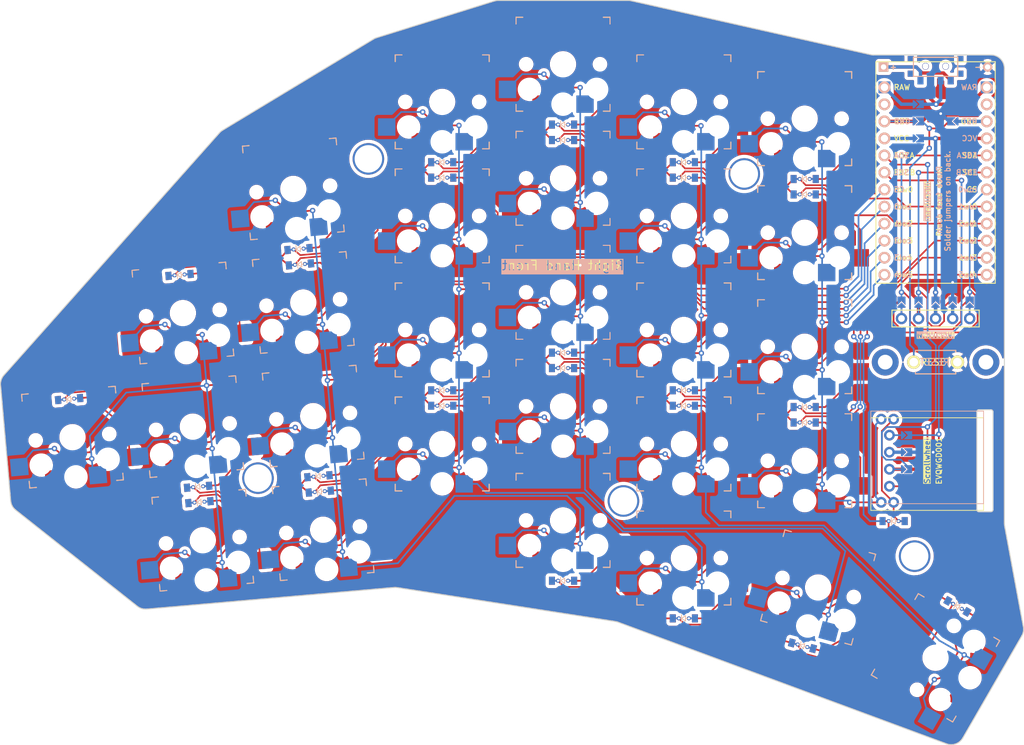
<source format=kicad_pcb>
(kicad_pcb (version 20221018) (generator pcbnew)
  (title_block (title "keyboard") (rev "v1.0.0") (company "Unknown"))
  (layers (0 "F.Cu" signal) (31 "B.Cu" signal) (34 "B.Paste" user) (35 "F.Paste" user) (36 "B.SilkS" user "B.Silkscreen") (37 "F.SilkS" user "F.Silkscreen") (38 "B.Mask" user) (39 "F.Mask" user) (44 "Edge.Cuts" user))
  (net 0 "")
  (net 1 "row0")
  (net 2 "outer2_home")
  (net 3 "outer_bottom")
  (net 4 "outer_home")
  (net 5 "outer_top")
  (net 6 "row1")
  (net 7 "pinky_bottom")
  (net 8 "pinky_home")
  (net 9 "pinky_top")
  (net 10 "pinky_num")
  (net 11 "row2")
  (net 12 "ring_bottom")
  (net 13 "ring_home")
  (net 14 "ring_top")
  (net 15 "ring_num")
  (net 16 "middle_mod")
  (net 17 "row3")
  (net 18 "middle_bottom")
  (net 19 "middle_home")
  (net 20 "middle_top")
  (net 21 "middle_num")
  (net 22 "index_mod")
  (net 23 "row4")
  (net 24 "index_bottom")
  (net 25 "index_home")
  (net 26 "index_top")
  (net 27 "index_num")
  (net 28 "row5")
  (net 29 "inner_bottom")
  (net 30 "inner_home")
  (net 31 "inner_top")
  (net 32 "inner_num")
  (net 33 "layer_cluster")
  (net 34 "space_cluster")
  (net 35 "col2")
  (net 36 "col0")
  (net 37 "col4")
  (net 38 "col3")
  (net 39 "col1")
  (net 40 "scrollwheel_scrollwheel")
  (net 41 "ENCB_undef")
  (net 42 "GND_ENCA")
  (net 43 "ENCA_GND")
  (net 44 "undef_ENCB")
  (net 45 "ENCB")
  (net 46 "GND")
  (net 47 "ENCA")
  (net 48 "RAW_P1")
  (net 49 "GND_P0")
  (net 50 "RST_GND")
  (net 51 "VCC_GND")
  (net 52 "P1_RAW")
  (net 53 "P0_GND")
  (net 54 "GND_RST")
  (net 55 "GND_VCC")
  (net 56 "SDA")
  (net 57 "SCL")
  (net 58 "CS")
  (net 59 "RAW")
  (net 60 "RST")
  (net 61 "VCC")
  (net 62 "NN_VCC")
  (net 63 "NN_GND_SCL")
  (net 64 "NN_SDA_CS")
  (net 65 "NN_SCL_GND")
  (net 66 "NN_CS_SDA")
  (net 67 "switch_from")
  (footprint "E73:SPDT_C128955" (layer "F.Cu") (at 172.780487 37.725888)
    (fp_text reference "T1" hide)
    (fp_text value "" hide)
  )
  (footprint "lib:Jumper" (layer "F.Cu") (at 175.280489 43.375888 -90)
    (fp_text reference "J11" hide)
    (fp_text value "Jumper")
  )
  (footprint "lib:Jumper" (layer "F.Cu") (at 172.780503 72.825888 180)
    (fp_text reference "J22" hide)
    (fp_text value "Jumper")
  )
  (footprint "ComboDiode" (layer "F.Cu") (at 152.951124 124.109224 -15)
    (fp_text reference "D14" hide)
    (fp_text value "" hide)
  )
  (footprint "ComboDiode" (layer "F.Cu") (at 153.280493 90.825897)
    (fp_text reference "D26" hide)
    (fp_text value "" hide)
  )
  (footprint "lib:Jumper" (layer "F.Cu") (at 168.530501 95.255901 90)
    (fp_text reference "J2" hide)
    (fp_text value "Jumper")
  )
  (footprint "PG1350" (layer "F.Cu") (at 117.280496 54.415899 180)
    (fp_text reference "S16" hide)
    (fp_text value "" hide)
  )
  (footprint "RollerEncoder_Panasonic_EVQWGD001" (layer "F.Cu") (at 171.530508 96.525886)
    (fp_text reference "REF**")
    (fp_text value "RollerEncoder_Panasonic_EVQWGD001")
    (fp_line (start 7.4 -7.3) (end 7.4 7.3) (stroke (width 0.15)) (layer "Edge.Cuts"))
    (fp_line (start 7.7 7.6) (end 9.5 7.6) (stroke (width 0.15)) (layer "Edge.Cuts"))
    (fp_line (start 9.5 -7.6) (end 7.7 -7.6) (stroke (width 0.15)) (layer "Edge.Cuts"))
    (fp_line (start 9.8 7.3) (end 9.8 -7.3) (stroke (width 0.15)) (layer "Edge.Cuts"))
    (fp_arc (start 7.4 -7.3) (mid 7.487868 -7.512132) (end 7.7 -7.6) (stroke (width 0.15)) (layer "Edge.Cuts"))
    (fp_arc (start 7.7 7.6) (mid 7.487868 7.512132) (end 7.4 7.3) (stroke (width 0.15)) (layer "Edge.Cuts"))
    (fp_arc (start 9.5 -7.6) (mid 9.712132 -7.512132) (end 9.8 -7.3) (stroke (width 0.15)) (layer "Edge.Cuts"))
    (fp_arc (start 9.8 7.3) (mid 9.712132 7.512132) (end 9.5 7.6) (stroke (width 0.15)) (layer "Edge.Cuts"))
  )
  (footprint "lib:Jumper" (layer "F.Cu") (at 177.860491 72.825897 180)
    (fp_text reference "J19" hide)
    (fp_text value "Jumper")
  )
  (footprint "ComboDiode" (layer "F.Cu") (at 117.280492 114.415887)
    (fp_text reference "D6" hide)
    (fp_text value "" hide)
  )
  (footprint "ComboDiode" (layer "F.Cu") (at 153.280493 54.525895)
    (fp_text reference "D13" hide)
    (fp_text value "" hide)
  )
  (footprint "ComboDiode" (layer "F.Cu") (at 78.082397 67.257322 5)
    (fp_text reference "D19" hide)
    (fp_text value "" hide)
  )
  (footprint "lib:Jumper" (layer "F.Cu") (at 168.530495 100.335891 90)
    (fp_text reference "J4" hide)
    (fp_text value "Jumper")
  )
  (footprint "PG1350" (layer "F.Cu") (at 44.197822 93.008538 -175)
    (fp_text reference "S1" hide)
    (fp_text value "" hide)
  )
  (footprint "ComboDiode" (layer "F.Cu") (at 117.280494 48.715883)
    (fp_text reference "D23" hide)
    (fp_text value "" hide)
  )
  (footprint "lib:Jumper" (layer "F.Cu") (at 170.280494 48.475887 90)
    (fp_text reference "J9" hide)
    (fp_text value "Jumper")
  )
  (footprint "ComboDiode" (layer "F.Cu") (at 135.280488 88.32589)
    (fp_text reference "D24" hide)
    (fp_text value "" hide)
  )
  (footprint "lib:Jumper" (layer "F.Cu") (at 172.780503 72.825888 180)
    (fp_text reference "J17" hide)
    (fp_text value "Jumper")
  )
  (footprint "lib:text" (layer "F.Cu") (at 117.280492 67.415891 90)
    (fp_text reference "")
    (fp_text value "")
  )
  (footprint "PG1350" (layer "F.Cu") (at 60.647683 74.504428 -175)
    (fp_text reference "S4" hide)
    (fp_text value "" hide)
  )
  (footprint "ComboDiode" (layer "F.Cu") (at 117.280496 80.415891)
    (fp_text reference "D7" hide)
    (fp_text value "" hide)
  )
  (footprint "ComboDiode" (layer "F.Cu") (at 153.280495 56.825893)
    (fp_text reference "D27" hide)
    (fp_text value "" hide)
  )
  (footprint "Hole" (layer "F.Cu") (at 169.658995 110.749016 22.5)
    (fp_text reference "_8" hide)
    (fp_text value "")
  )
  (footprint "ComboDiode" (layer "F.Cu") (at 62.913726 100.405496 5)
    (fp_text reference "D1" hide)
    (fp_text value "" hide)
  )
  (footprint "PG1350" (layer "F.Cu") (at 80.06082 89.870953 -175)
    (fp_text reference "S6" hide)
    (fp_text value "" hide)
  )
  (footprint "lib:Jumper" (layer "F.Cu") (at 170.2405 72.82588 180)
    (fp_text reference "J16" hide)
    (fp_text value "Jumper")
  )
  (footprint "PG1350" (layer "F.Cu") (at 135.280498 60.025885 180)
    (fp_text reference "S21" hide)
    (fp_text value "" hide)
  )
  (footprint "PG1350" (layer "F.Cu") (at 99.280493 43.025891 180)
    (fp_text reference "S12" hide)
    (fp_text value "" hide)
  )
  (footprint "ComboDiode" (layer "F.Cu") (at 77.881931 64.966068 5)
    (fp_text reference "D3" hide)
    (fp_text value "" hide)
  )
  (footprint "PG1350" (layer "F.Cu") (at 135.280498 111.025891 180)
    (fp_text reference "S18" hide)
    (fp_text value "" hide)
  )
  (footprint "Hole" (layer "F.Cu") (at 180.2805 81.825891 -90)
    (fp_text reference "_3" hide)
    (fp_text value "")
  )
  (footprint "lib:Jumper" (layer "F.Cu") (at 175.280493 45.925883 -90)
    (fp_text reference "J10" hide)
    (fp_text value "Jumper")
  )
  (footprint "PG1350" (layer "F.Cu") (at 99.280497 94.025882 180)
    (fp_text reference "S9" hide)
    (fp_text value "" hide)
  )
  (footprint "ComboDiode" (layer "F.Cu") (at 81.045692 101.127946 5)
    (fp_text reference "D18" hide)
    (fp_text value "" hide)
  )
  (footprint "PG1350" (layer "F.Cu") (at 77.097532 56.000321 -175)
    (fp_text reference "S8" hide)
    (fp_text value "" hide)
  )
  (footprint "ComboDiode" (layer "F.Cu") (at 80.845228 98.836693 5)
    (fp_text reference "D2" hide)
    (fp_text value "" hide)
  )
  (footprint "ComboDiode" (layer "F.Cu") (at 153.280504 88.52588)
    (fp_text reference "D12" hide)
    (fp_text value "" hide)
  )
  (footprint "PG1350" (layer "F.Cu") (at 81.542468 106.806249 -175)
    (fp_text reference "S5" hide)
    (fp_text value "" hide)
  )
  (footprint "lib:Jumper" (layer "F.Cu") (at 175.320498 72.825884 180)
    (fp_text reference "J18" hide)
    (fp_text value "Jumper")
  )
  (footprint "ComboDiode" (layer "F.Cu") (at 60.15089 68.826115 5)
    (fp_text reference "D17" hide)
    (fp_text value "" hide)
  )
  (footprint "lib:niceview_headers" (layer "F.Cu") (at 172.780501 37.825884 -90)
    (fp_text reference "")
    (fp_text value "")
  )
  (footprint "PG1350" (layer "F.Cu") (at 117.280488 105.415884 180)
    (fp_text reference "S13" hide)
    (fp_text value "" hide)
  )
  (footprint "ComboDiode" (layer "F.Cu") (at 63.114187 102.696741 5)
    (fp_text reference "D16" hide)
    (fp_text value "" hide)
  )
  (footprint "PG1350" (layer "F.Cu") (at 99.280505 77.025889 180)
    (fp_text reference "S10" hide)
    (fp_text value "" hide)
  )
  (footprint "PG1350" (layer "F.Cu") (at 135.280507 43.025887 180)
    (fp_text reference "S22" hide)
    (fp_text value "" hide)
  )
  (footprint "lib:niceview_headers" (layer "F.Cu") (at 172.780493 75.325888 90)
    (fp_text reference "Nice!View1" hide)
    (fp_text value "" hide)
  )
  (footprint "lib:Jumper" (layer "F.Cu") (at 170.2405 72.82588 180)
    (fp_text reference "J23" hide)
    (fp_text value "Jumper")
  )
  (footprint "ComboDiode" (layer "F.Cu") (at 43.701035 87.330239 5)
    (fp_text reference "D15" hide)
    (fp_text value "" hide)
  )
  (footprint "ComboDiode" (layer "F.Cu") (at 135.280489 52.025889)
    (fp_text reference "D11" hide)
    (fp_text value "" hide)
  )
  (footprint "lib:Jumper" (layer "F.Cu") (at 175.280493 45.925883 -90)
    (fp_text reference "J12" hide)
    (fp_text value "Jumper")
  )
  (footprint "PG1350" (layer "F.Cu") (at 63.610976 108.375043 -175)
    (fp_text reference "S2" hide)
    (fp_text value "" hide)
  )
  (footprint "PG1350" (layer "F.Cu") (at 99.280498 60.025887 180)
    (fp_text reference "S11" hide)
    (fp_text value "" hide)
  )
  (footprint "PG1350" (layer "F.Cu") (at 78.57919 72.935621 -175)
    (fp_text reference "S7" hide)
    (fp_text value "" hide)
  )
  (footprint "lib:Jumper" (layer "F.Cu") (at 175.320498 72.825884 180)
    (fp_text reference "J21" hide)
    (fp_text value "Jumper")
  )
  (footprint "Hole" (layer "F.Cu") (at 126.280499 102.525885)
    (fp_text reference "_7" hide)
    (fp_text value "")
  )
  (footprint "Hole" (layer "F.Cu") (at 144.280491 53.77589)
    (fp_text reference "_5" hide)
    (fp_text value "")
  )
  (footprint "lib:Jumper" (layer "F.Cu") (at 177.860491 72.825897 180)
    (fp_text reference "J20" hide)
    (fp_text value "Jumper")
  )
  (footprint "PG1350" (layer "F.Cu") (at 117.280491 37.415894 180)
    (fp_text reference "S17" hide)
    (fp_text value "" hide)
  )
  (footprint "lib:Jumper" (layer "F.Cu") (at 175.280494 48.47589 -90)
    (fp_text reference "J13" hide)
    (fp_text value "Jumper")
  )
  (footprint "PG1350" (layer "F.Cu") (at 153.280498 62.52588 180)
    (fp_text reference "S25" hide)
    (fp_text value "" hide)
  )
  (footprint "PG1350" (layer "F.Cu") (at 172.76524 125.904764 -120)
    (fp_text reference "S28" hide)
    (fp_text value "" hide)
  )
  (footprint "lib:Jumper" (layer "F.Cu") (at 170.280489 43.375888 90)
    (fp_text reference "J7" hide)
    (fp_text value "Jumper")
  )
  (footprint "lib:Jumper" (layer "F.Cu") (at 170.280497 45.925881 90)
    (fp_text reference "J14" hide)
    (fp_text value "Jumper")
  )
  (footprint "ProMicro" (layer "F.Cu") (at 172.780499 54.825891 -90)
    (fp_text reference "MCU1" hide)
    (fp_text value "" hide)
  )
  (footprint "lib:Jumper" (layer "F.Cu") (at 168.530493 92.715894 90)
    (fp_text reference "J1" hide)
    (fp_text value "Jumper")
  )
  (footprint "Hole" (layer "F.Cu") (at 71.835903 99.122986 5)
    (fp_text reference "_6" hide)
    (fp_text value "")
  )
  (footprint "lib:Jumper" (layer "F.Cu") (at 168.530493 97.79588 90)
    (fp_text reference "J3" hide)
    (fp_text value "Jumper")
  )
  (footprint "PG1350" (layer "F.Cu") (at 135.280496 94.025885 180)
    (fp_text reference "S19" hide)
    (fp_text value "" hide)
  )
  (footprint "kbd:ResetSW" (layer "F.Cu") (at 172.780505 81.825885 180)
    (fp_text reference "_1" hide)
    (fp_text value "")
  )
  (footprint "PG1350" (layer "F.Cu") (at 117.280491 71.415889 180)
    (fp_text reference "S15" hide)
    (fp_text value "" hide)
  )
  (footprint "PG1350" (layer "F.Cu") (at 135.280491 77.02589 180)
    (fp_text reference "S20" hide)
    (fp_text value "" hide)
  )
  (footprint "PG1350" (layer "F.Cu") (at 62.129326 91.439732 -175)
    (fp_text reference "S3" hide)
    (fp_text value "" hide)
  )
  (footprint "ComboDiode" (layer "F.Cu") (at 176.036721 118.238401 -30)
    (fp_text reference "D28" hide)
    (fp_text value "" hide)
  )
  (footprint "ComboDiode" (layer "F.Cu") (at 135.280504 86.025886)
    (fp_text reference "D10" hide)
    (fp_text value "" hide)
  )
  (footprint "ComboDiode" (layer "F.Cu") (at 166.530485 105.525879)
    (fp_text reference "D29" hide)
    (fp_text value "" hide)
  )
  (footprint "PG1350" (layer "F.Cu") (at 153.280492 45.52589 180)
    (fp_text reference "S26" hide)
    (fp_text value "" hide)
  )
  (footprint "lib:Jumper" (layer "F.Cu") (at 167.700503 72.825895 180)
    (fp_text reference "J24" hide)
    (fp_text value "Jumper")
  )
  (footprint "ComboDiode" (layer "F.Cu") (at 99.280498 52.025887)
    (fp_text reference "D5" hide)
    (fp_text value "" hide)
  )
  (footprint "ComboDiode" (layer "F.Cu") (at 135.280489 54.325891)
    (fp_text reference "D25" hide)
    (fp_text value "" hide)
  )
  (footprint "PG1350" (layer "F.Cu") (at 155.280499 115.415891 165)
    (fp_text reference "S27" hide)
    (fp_text value "" hide)
  )
  (footprint "ComboDiode" (layer "F.Cu") (at 99.280499 54.325891)
    (fp_text reference "D21" hide)
    (fp_text value "" hide)
  )
  (footprint "PG1350" (layer "F.Cu") (at 117.280499 88.415883 180)
    (fp_text reference "S14" hide)
    (fp_text value "" hide)
  )
  (footprint "PG1350" (layer "F.Cu") (at 153.280494 96.525887 180)
    (fp_text reference "S23" hide)
    (fp_text value "" hide)
  )
  (footprint "lib:Jumper" (layer "F.Cu") (at 168.530501 95.255901 90)
    (fp_text reference "J6" hide)
    (fp_text value "Jumper")
  )
  (footprint "ComboDiode" (layer "F.Cu") (at 99.280488 88.32589)
    (fp_text reference "D20" hide)
    (fp_text value "" hide)
  )
  (footprint "lib:Jumper" (layer "F.Cu") (at 170.280497 45.925881 90)
    (fp_text reference "J8" hide)
    (fp_text value "Jumper")
  )
  (footprint "ComboDiode" (layer "F.Cu") (at 135.280498 120.025891)
    (fp_text reference "D9" hide)
    (fp_text value "" hide)
  )
  (footprint "PG1350" (layer "F.Cu") (at 153.28268 79.522957 180)
    (fp_text reference "S20" hide)
    (fp_text value "" hide)
  )
  (footprint "ComboDiode" (layer "F.Cu") (at 117.280497 46.415892)
    (fp_text reference "D8" hide)
    (fp_text value "" hide)
  )
  (footprint "Hole" (layer "F.Cu") (at 165.280503 81.825893 -90)
    (fp_text reference "_2" hide)
    (fp_text value "")
  )
  (footprint "lib:text" (layer "F.Cu") (at 117.280492 67.415891 90)
    (fp_text reference "")
    (fp_text value "")
  )
  (footprint "lib:Jumper" (layer "F.Cu") (at 168.530493 97.79588 90)
    (fp_text reference "J5" hide)
    (fp_text value "Jumper")
  )
  (footprint "lib:Jumper" (layer "F.Cu") (at 167.700503 72.825895 180)
    (fp_text reference "J15" hide)
    (fp_text value "Jumper")
  )
  (footprint "Hole" (layer "F.Cu") (at 88.280491 51.52588)
    (fp_text reference "_4" hide)
    (fp_text value "")
  )
  (footprint "ComboDiode" (layer "F.Cu") (at 99.280499 86.025901)
    (fp_text reference "D4" hide)
    (fp_text value "" hide)
  )
  (footprint "ComboDiode" (layer "F.Cu") (at 117.280498 82.71589)
    (fp_text reference "D22" hide)
    (fp_text value "" hide)
  )
  (gr_arc (start 185.85788 121.268886) (mid 185.862562 121.9722) (end 185.623478 122.633646) (stroke (width 0.15)) (layer "Edge.Cuts"))
  (gr_line (start 127.497548 27.964793) (end 163.063451 35.976992) (stroke (width 0.15)) (layer "Edge.Cuts"))
  (gr_line (start 89.512126 33.453701) (end 106.989839 28.006478) (stroke (width 0.15)) (layer "Edge.Cuts"))
  (gr_arc (start 181.030488 36.025889) (mid 182.444689 36.611682) (end 183.030496 38.025897) (stroke (width 0.15)) (layer "Edge.Cuts"))
  (gr_arc (start 127.058014 27.915885) (mid 127.279138 27.928146) (end 127.497548 27.964793) (stroke (width 0.15)) (layer "Edge.Cuts"))
  (gr_line (start 174.409603 138.72854) (end 125.469076 120.59576) (stroke (width 0.15)) (layer "Edge.Cuts"))
  (gr_line (start 53.853532 118.216944) (end 35.739807 103.879001) (stroke (width 0.15)) (layer "Edge.Cuts"))
  (gr_line (start 34.988712 102.485137) (end 33.483026 85.275057) (stroke (width 0.15)) (layer "Edge.Cuts"))
  (gr_arc (start 125.081772 120.494966) (mid 125.277951 120.535651) (end 125.469076 120.59576) (stroke (width 0.15)) (layer "Edge.Cuts"))
  (gr_line (start 92.090501 115.419705) (end 55.269133 118.641162) (stroke (width 0.15)) (layer "Edge.Cuts"))
  (gr_arc (start 66.106409 47.634342) (mid 66.322188 47.425551) (end 66.566783 47.251401) (stroke (width 0.15)) (layer "Edge.Cuts"))
  (gr_arc (start 89.072847 33.651361) (mid 89.286514 33.539258) (end 89.512126 33.453701) (stroke (width 0.15)) (layer "Edge.Cuts"))
  (gr_arc (start 33.483026 85.275057) (mid 33.576765 84.47216) (end 33.980661 83.771949) (stroke (width 0.15)) (layer "Edge.Cuts"))
  (gr_arc (start 106.989839 28.006478) (mid 107.28396 27.938667) (end 107.584936 27.915894) (stroke (width 0.15)) (layer "Edge.Cuts"))
  (gr_arc (start 163.502981 36.025884) (mid 163.281861 36.013621) (end 163.063451 35.976992) (stroke (width 0.15)) (layer "Edge.Cuts"))
  (gr_line (start 163.502983 36.025886) (end 181.030488 36.025889) (stroke (width 0.15)) (layer "Edge.Cuts"))
  (gr_line (start 66.566783 47.251401) (end 89.072851 33.651372) (stroke (width 0.15)) (layer "Edge.Cuts"))
  (gr_arc (start 92.090486 115.419703) (mid 92.331905 115.41322) (end 92.572345 115.435885) (stroke (width 0.15)) (layer "Edge.Cuts"))
  (gr_line (start 33.980661 83.771949) (end 66.106409 47.634342) (stroke (width 0.15)) (layer "Edge.Cuts"))
  (gr_arc (start 176.836503 137.853123) (mid 175.783083 138.734464) (end 174.409603 138.72854) (stroke (width 0.15)) (layer "Edge.Cuts"))
  (gr_line (start 107.584936 27.915894) (end 127.058014 27.915885) (stroke (width 0.15)) (layer "Edge.Cuts"))
  (gr_line (start 183.030496 38.025897) (end 183.030495 105.841966) (stroke (width 0.15)) (layer "Edge.Cuts"))
  (gr_line (start 183.064032 106.206716) (end 185.857884 121.268883) (stroke (width 0.15)) (layer "Edge.Cuts"))
  (gr_line (start 185.623478 122.633646) (end 176.836492 137.853134) (stroke (width 0.15)) (layer "Edge.Cuts"))
  (gr_arc (start 55.269134 118.64116) (mid 54.520707 118.564612) (end 53.853532 118.216944) (stroke (width 0.15)) (layer "Edge.Cuts"))
  (gr_line (start 125.081772 120.494966) (end 92.572345 115.435885) (stroke (width 0.15)) (layer "Edge.Cuts"))
  (gr_arc (start 35.739807 103.879001) (mid 35.220456 103.259561) (end 34.988712 102.485137) (stroke (width 0.15)) (layer "Edge.Cuts"))
  (gr_arc (start 183.064029 106.206719) (mid 183.038892 106.025112) (end 183.030495 105.841966) (stroke (width 0.15)) (layer "Edge.Cuts"))
  (segment (start 42.536333 97.89179) (end 43.680943 96.527693) (width 0.25) (layer "F.Cu") (net 1))
  (segment (start 137.197687 70.88295) (end 135.484737 69.17) (width 0.25) (layer "F.Cu") (net 1))
  (segment (start 60.134169 78.02328) (end 63.521233 77.726949) (width 0.25) (layer "F.Cu") (net 1))
  (segment (start 96.44769 69.782955) (end 90.43 75.800645) (width 0.25) (layer "F.Cu") (net 1))
  (segment (start 57.903186 80.672454) (end 58.980858 79.388144) (width 0.25) (layer "F.Cu") (net 1))
  (segment (start 90.43 79.100625) (end 86.147682 83.382943) (width 0.25) (layer "F.Cu") (net 1))
  (segment (start 111.697692 65.732942) (end 107.647689 69.782956) (width 0.25) (layer "F.Cu") (net 1))
  (segment (start 64.188773 85.304098) (end 64.181516 85.312747) (width 0.25) (layer "F.Cu") (net 1))
  (segment (start 86.147682 83.382943) (end 64.188773 85.304098) (width 0.25) (layer "F.Cu") (net 1))
  (segment (start 41.449976 99.176853) (end 42.527637 97.892558) (width 0.25) (layer "F.Cu") (net 1))
  (segment (start 59.385368 97.652535) (end 60.463026 96.368226) (width 0.25) (layer "F.Cu") (net 1))
  (segment (start 43.680943 96.527693) (end 47.068008 96.231359) (width 0.25) (layer "F.Cu") (net 1))
  (segment (start 61.616347 95.003365) (end 65.003409 94.70703) (width 0.25) (layer "F.Cu") (net 1))
  (segment (start 122.297682 65.732951) (end 111.697692 65.732942) (width 0.25) (layer "F.Cu") (net 1))
  (segment (start 159.44769 70.882954) (end 137.197687 70.88295) (width 0.25) (layer "F.Cu") (net 1))
  (segment (start 60.471729 96.367456) (end 61.616347 95.003365) (width 0.25) (layer "F.Cu") (net 1))
  (segment (start 61.958201 113.357916) (end 63.102816 111.993822) (width 0.25) (layer "F.Cu") (net 1))
  (segment (start 60.871835 114.642988) (end 61.9495 113.358677) (width 0.25) (layer "F.Cu") (net 1))
  (segment (start 58.98956 79.387385) (end 60.134169 78.02328) (width 0.25) (layer "F.Cu") (net 1))
  (segment (start 90.43 75.800645) (end 90.43 79.100625) (width 0.25) (layer "F.Cu") (net 1))
  (segment (start 63.102816 111.993822) (end 66.489882 111.697476) (width 0.25) (layer "F.Cu") (net 1))
  (segment (start 135.484737 69.17) (end 125.734731 69.17) (width 0.25) (layer "F.Cu") (net 1))
  (segment (start 107.647689 69.782956) (end 96.44769 69.782955) (width 0.25) (layer "F.Cu") (net 1))
  (segment (start 125.734731 69.17) (end 122.297682 65.732951) (width 0.25) (layer "F.Cu") (net 1))
  (segment (start 60.463026 96.368226) (end 60.471729 96.367456) (width 0.25) (layer "F.Cu") (net 1))
  (via (at 64.181516 85.312747) (size 0.8) (drill 0.4) (layers "F.Cu" "B.Cu") (net 1))
  (via (at 66.489882 111.697476) (size 0.8) (drill 0.4) (layers "F.Cu" "B.Cu") (net 1))
  (via (at 159.44769 70.882954) (size 0.8) (drill 0.4) (layers "F.Cu" "B.Cu") (net 1))
  (via (at 63.521233 77.726949) (size 0.8) (drill 0.4) (layers "F.Cu" "B.Cu") (net 1))
  (via (at 65.003409 94.70703) (size 0.8) (drill 0.4) (layers "F.Cu" "B.Cu") (net 1))
  (via (at 47.068008 96.231359) (size 0.8) (drill 0.4) (layers "F.Cu" "B.Cu") (net 1))
  (segment (start 165.160499 56.095891) (end 161.3 59.95639) (width 0.25) (layer "B.Cu") (net 1))
  (segment (start 64.181516 85.312747) (end 64.338397 87.105897) (width 0.25) (layer "B.Cu") (net 1))
  (segment (start 64.338397 87.105897) (end 65.003409 94.70703) (width 0.25) (layer "B.Cu") (net 1))
  (segment (start 64.405425 80.098908) (end 63.789571 80.832836) (width 0.25) (layer "B.Cu") (net 1))
  (segment (start 161.3 69.030644) (end 159.44769 70.882954) (width 0.25) (layer "B.Cu") (net 1))
  (segment (start 46.771102 92.83771) (end 52.206165 86.360454) (width 0.25) (layer "B.Cu") (net 1))
  (segment (start 64.003932 83.282949) (end 64.181516 85.312747) (width 0.25) (layer "B.Cu") (net 1))
  (segment (start 63.677476 79.512793) (end 64.432146 80.14606) (width 0.25) (layer "B.Cu") (net 1))
  (segment (start 161.3 59.95639) (end 161.3 69.030644) (width 0.25) (layer "B.Cu") (net 1))
  (segment (start 65.271214 97.768149) (end 66.634775 113.35366) (width 0.25) (layer "B.Cu") (net 1))
  (segment (start 63.789571 80.832836) (end 64.003932 83.282949) (width 0.25) (layer "B.Cu") (net 1))
  (segment (start 65.887073 97.03421) (end 65.271214 97.768149) (width 0.25) (layer "B.Cu") (net 1))
  (segment (start 52.206165 86.360454) (end 64.181516 85.312747) (width 0.25) (layer "B.Cu") (net 1))
  (segment (start 66.634775 113.35366) (end 67.368717 113.969523) (width 0.25) (layer "B.Cu") (net 1))
  (segment (start 65.003409 94.70703) (end 65.153128 96.418358) (width 0.25) (layer "B.Cu") (net 1))
  (segment (start 47.068008 96.231359) (end 46.771102 92.83771) (width 0.25) (layer "B.Cu") (net 1))
  (segment (start 47.22425 98.017218) (end 47.978943 98.650471) (width 0.25) (layer "B.Cu") (net 1))
  (segment (start 47.068008 96.231359) (end 47.22425 98.017218) (width 0.25) (layer "B.Cu") (net 1))
  (segment (start 65.153128 96.418358) (end 65.887073 97.03421) (width 0.25) (layer "B.Cu") (net 1))
  (segment (start 63.521233 77.726949) (end 63.677476 79.512793) (width 0.25) (layer "B.Cu") (net 1))
  (segment (start 41.514244 94.709606) (end 42.597602 95.618649) (width 0.25) (layer "F.Cu") (net 2))
  (segment (start 46.781618 95.2526) (end 47.690648 94.169246) (width 0.25) (layer "F.Cu") (net 2))
  (segment (start 45.347499 87.187092) (end 44.450921 87.265516) (width 0.25) (layer "F.Cu") (net 2))
  (segment (start 47.690648 94.169246) (end 50.332536 93.938108) (width 0.25) (layer "F.Cu") (net 2))
  (segment (start 42.597602 95.618649) (end 46.781618 95.2526) (width 0.25) (layer "F.Cu") (net 2))
  (segment (start 52.403147 91.820258) (end 46.736687 87.065543) (width 0.25) (layer "F.Cu") (net 2))
  (segment (start 50.332536 93.938108) (end 52.764273 95.978591) (width 0.25) (layer "F.Cu") (net 2))
  (segment (start 52.770905 96.023711) (end 52.403147 91.820258) (width 0.25) (layer "F.Cu") (net 2))
  (segment (start 46.736687 87.065543) (end 45.347499 87.187092) (width 0.25) (layer "F.Cu") (net 2))
  (via (at 41.514244 94.709606) (size 0.8) (drill 0.4) (layers "F.Cu" "B.Cu") (net 2))
  (segment (start 36.277252 97.421013) (end 38.317725 94.989276) (width 0.25) (layer "B.Cu") (net 2))
  (segment (start 44.450921 87.265516) (end 45.347499 87.187092) (width 0.25) (layer "B.Cu") (net 2))
  (segment (start 38.317725 94.989276) (end 41.514244 94.709606) (width 0.25) (layer "B.Cu") (net 2))
  (segment (start 64.760653 102.553592) (end 63.864074 102.632027) (width 0.25) (layer "F.Cu") (net 3))
  (segment (start 60.936115 110.175735) (end 62.019462 111.084786) (width 0.25) (layer "F.Cu") (net 3))
  (segment (start 66.149837 102.432045) (end 64.760653 102.553592) (width 0.25) (layer "F.Cu") (net 3))
  (segment (start 69.754407 109.404248) (end 72.186142 111.444705) (width 0.25) (layer "F.Cu") (net 3))
  (segment (start 62.019462 111.084786) (end 66.203478 110.718724) (width 0.25) (layer "F.Cu") (net 3))
  (segment (start 72.184058 111.390223) (end 71.816306 107.186771) (width 0.25) (layer "F.Cu") (net 3))
  (segment (start 66.203478 110.718724) (end 67.112508 109.635373) (width 0.25) (layer "F.Cu") (net 3))
  (segment (start 67.112508 109.635373) (end 69.754407 109.404248) (width 0.25) (layer "F.Cu") (net 3))
  (segment (start 71.816306 107.186771) (end 66.149837 102.432045) (width 0.25) (layer "F.Cu") (net 3))
  (via (at 60.936115 110.175735) (size 0.8) (drill 0.4) (layers "F.Cu" "B.Cu") (net 3))
  (segment (start 57.73959 110.455406) (end 60.936115 110.175735) (width 0.25) (layer "B.Cu") (net 3))
  (segment (start 55.699119 112.887144) (end 57.73959 110.455406) (width 0.25) (layer "B.Cu") (net 3))
  (segment (start 63.864074 102.632027) (end 64.760653 102.553592) (width 0.25) (layer "B.Cu") (net 3))
  (segment (start 68.267933 92.413789) (end 70.699673 94.454257) (width 0.25) (layer "F.Cu") (net 4))
  (segment (start 60.53299 94.094328) (end 64.717015 93.728266) (width 0.25) (layer "F.Cu") (net 4))
  (segment (start 65.626043 92.644925) (end 68.267933 92.413789) (width 0.25) (layer "F.Cu") (net 4))
  (segment (start 64.717015 93.728266) (end 65.626043 92.644925) (width 0.25) (layer "F.Cu") (net 4))
  (segment (start 59.449639 93.185286) (end 60.53299 94.094328) (width 0.25) (layer "F.Cu") (net 4))
  (segment (start 70.702408 94.454901) (end 65.929956 100.142495) (width 0.25) (layer "F.Cu") (net 4))
  (segment (start 65.929956 100.142495) (end 63.663611 100.340777) (width 0.25) (layer "F.Cu") (net 4))
  (via (at 59.449639 93.185286) (size 0.8) (drill 0.4) (layers "F.Cu" "B.Cu") (net 4))
  (segment (start 56.253116 93.46494) (end 59.449639 93.185286) (width 0.25) (layer "B.Cu") (net 4))
  (segment (start 63.663611 100.340777) (end 64.560185 100.262344) (width 0.25) (layer "B.Cu") (net 4))
  (segment (start 54.212642 95.896687) (end 56.253116 93.46494) (width 0.25) (layer "B.Cu") (net 4))
  (segment (start 61.79735 68.682965) (end 60.900772 68.761407) (width 0.25) (layer "F.Cu") (net 5))
  (segment (start 69.220753 77.519599) (end 68.853002 73.316164) (width 0.25) (layer "F.Cu") (net 5))
  (segment (start 57.967462 76.205201) (end 59.050814 77.114251) (width 0.25) (layer "F.Cu") (net 5))
  (segment (start 63.186542 68.56143) (end 61.79735 68.682965) (width 0.25) (layer "F.Cu") (net 5))
  (segment (start 63.234833 76.748193) (end 64.143875 75.664835) (width 0.25) (layer "F.Cu") (net 5))
  (segment (start 64.143875 75.664835) (end 66.785754 75.433712) (width 0.25) (layer "F.Cu") (net 5))
  (segment (start 66.785754 75.433712) (end 69.2175 77.474178) (width 0.25) (layer "F.Cu") (net 5))
  (segment (start 59.050814 77.114251) (end 63.234833 76.748193) (width 0.25) (layer "F.Cu") (net 5))
  (segment (start 68.853002 73.316164) (end 63.186542 68.56143) (width 0.25) (layer "F.Cu") (net 5))
  (via (at 57.967462 76.205201) (size 0.8) (drill 0.4) (layers "F.Cu" "B.Cu") (net 5))
  (segment (start 60.900772 68.761407) (end 61.79735 68.682965) (width 0.25) (layer "B.Cu") (net 5))
  (segment (start 52.730473 78.916595) (end 54.770954 76.484862) (width 0.25) (layer "B.Cu") (net 5))
  (segment (start 54.770954 76.484862) (end 57.967462 76.205201) (width 0.25) (layer "B.Cu") (net 5))
  (segment (start 77.316346 96.038967) (end 78.394008 94.754651) (width 0.25) (layer "F.Cu") (net 6))
  (segment (start 81.033792 110.380241) (end 84.420855 110.083922) (width 0.25) (layer "F.Cu") (net 6))
  (segment (start 122.111291 66.182954) (end 111.884082 66.182959) (width 0.25) (layer "F.Cu") (net 6))
  (segment (start 115.164874 110.151442) (end 116.424013 108.892292) (width 0.25) (layer "F.Cu") (net 6))
  (segment (start 75.835221 79.148426) (end 76.912882 77.864099) (width 0.25) (layer "F.Cu") (net 6))
  (segment (start 159.447682 71.882455) (end 137.5608 71.882459) (width 0.25) (layer "F.Cu") (net 6))
  (segment (start 78.4027 94.753888) (end 79.547321 93.389784) (width 0.25) (layer "F.Cu") (net 6))
  (segment (start 78.802821 113.029412) (end 79.880485 111.74511) (width 0.25) (layer "F.Cu") (net 6))
  (segment (start 76.921588 77.863343) (end 78.0662 76.499249) (width 0.25) (layer "F.Cu") (net 6))
  (segment (start 90.88 79.287029) (end 85.984078 84.182951) (width 0.25) (layer "F.Cu") (net 6))
  (segment (start 74.353047 62.168334) (end 75.430712 60.884031) (width 0.25) (layer "F.Cu") (net 6))
  (segment (start 79.889183 111.744344) (end 81.033792 110.380241) (width 0.25) (layer "F.Cu") (net 6))
  (segment (start 78.0662 76.499249) (end 81.453265 76.202924) (width 0.25) (layer "F.Cu") (net 6))
  (segment (start 116.424013 108.892292) (end 119.824013 108.892289) (width 0.25) (layer "F.Cu") (net 6))
  (segment (start 113.970641 111.336933) (end 115.15615 110.15143) (width 0.25) (layer "F.Cu") (net 6))
  (segment (start 135.298341 69.62) (end 125.548337 69.62) (width 0.25) (layer "F.Cu") (net 6))
  (segment (start 137.5608 71.882459) (end 135.298341 69.62) (width 0.25) (layer "F.Cu") (net 6))
  (segment (start 96.634078 70.232957) (end 90.88 75.987035) (width 0.25) (layer "F.Cu") (net 6))
  (segment (start 76.584028 59.519172) (end 79.971091 59.222835) (width 0.25) (layer "F.Cu") (net 6))
  (segment (start 82.205717 84.513515) (end 82.182739 84.5409) (width 0.25) (layer "F.Cu") (net 6))
  (segment (start 85.984078 84.182951) (end 82.205717 84.513515) (width 0.25) (layer "F.Cu") (net 6))
  (segment (start 75.439417 60.883266) (end 76.584028 59.519172) (width 0.25) (layer "F.Cu") (net 6))
  (segment (start 125.548337 69.62) (end 122.111291 66.182954) (width 0.25) (layer "F.Cu") (net 6))
  (segment (start 111.884082 66.182959) (end 107.834079 70.232955) (width 0.25) (layer "F.Cu") (net 6))
  (segment (start 107.834079 70.232955) (end 96.634078 70.232957) (width 0.25) (layer "F.Cu") (net 6))
  (segment (start 90.88 75.987035) (end 90.88 79.287029) (width 0.25) (layer "F.Cu") (net 6))
  (segment (start 79.547321 93.389784) (end 82.934374 93.093458) (width 0.25) (layer "F.Cu") (net 6))
  (via (at 159.447682 71.882455) (size 0.8) (drill 0.4) (layers "F.Cu" "B.Cu") (net 6))
  (via (at 82.934374 93.093458) (size 0.8) (drill 0.4) (layers "F.Cu" "B.Cu") (net 6))
  (via (at 119.824013 108.892289) (size 0.8) (drill 0.4) (layers "F.Cu" "B.Cu") (net 6))
  (via (at 79.971091 59.222835) (size 0.8) (drill 0.4) (layers "F.Cu" "B.Cu") (net 6))
  (via (at 81.453265 76.202924) (size 0.8) (drill 0.4) (layers "F.Cu" "B.Cu") (net 6))
  (via (at 84.420855 110.083922) (size 0.8) (drill 0.4) (layers "F.Cu" "B.Cu") (net 6))
  (via (at 82.182739 84.5409) (size 0.8) (drill 0.4) (layers "F.Cu" "B.Cu") (net 6))
  (segment (start 159.473486 71.882459) (end 161.75 69.605945) (width 0.25) (layer "B.Cu") (net 6))
  (segment (start 84.568646 111.811949) (end 85.302594 112.427807) (width 0.25) (layer "B.Cu") (net 6))
  (segment (start 101.093782 101.768761) (end 104.083069 101.768761) (width 0.25) (layer "B.Cu") (net 6))
  (segment (start 82.151422 84.182954) (end 82.182739 84.5409) (width 0.25) (layer "B.Cu") (net 6))
  (segment (start 119.824027 110.684955) (end 120.520638 111.381573) (width 0.25) (layer "B.Cu") (net 6))
  (segment (start 161.75 69.605945) (end 161.75 62.046393) (width 0.25) (layer "B.Cu") (net 6))
  (segment (start 119.82401 103.698998) (end 119.824013 108.892289) (width 0.25) (layer "B.Cu") (net 6))
  (segment (start 92.672167 111.80525) (end 101.093782 101.768761) (width 0.25) (layer "B.Cu") (net 6))
  (segment (start 117.888432 101.763408) (end 119.82401 103.698998) (width 0.25) (layer "B.Cu") (net 6))
  (segment (start 161.75 62.046393) (end 165.160504 58.635889) (width 0.25) (layer "B.Cu") (net 6))
  (segment (start 119.824013 108.892289) (end 119.824027 110.684955) (width 0.25) (layer "B.Cu") (net 6))
  (segment (start 83.087002 94.876639) (end 83.820945 95.492491) (width 0.25) (layer "B.Cu") (net 6))
  (segment (start 104.083069 101.768761) (end 104.088429 101.763401) (width 0.25) (layer "B.Cu") (net 6))
  (segment (start 82.182739 84.5409) (end 83.087002 94.876639) (width 0.25) (layer "B.Cu") (net 6))
  (segment (start 85.323584 112.448179) (end 92.672167 111.80525) (width 0.25) (layer "B.Cu") (net 6))
  (segment (start 159.447682 71.882455) (end 159.473486 71.882459) (width 0.25) (layer "B.Cu") (net 6))
  (segment (start 83.820945 95.492491) (end 83.2051 96.226434) (width 0.25) (layer "B.Cu") (net 6))
  (segment (start 80.241804 62.35581) (end 80.857652 61.621872) (width 0.25) (layer "B.Cu") (net 6))
  (segment (start 82.329998 78.557998) (end 81.606158 77.95062) (width 0.25) (layer "B.Cu") (net 6))
  (segment (start 82.339295 78.557171) (end 81.72344 79.291129) (width 0.25) (layer "B.Cu") (net 6))
  (segment (start 80.127322 61.008688) (end 80.882016 61.641949) (width 0.25) (layer "B.Cu") (net 6))
  (segment (start 104.088429 101.763401) (end 117.888432 101.763408) (width 0.25) (layer "B.Cu") (net 6))
  (segment (start 81.606158 77.95062) (end 80.241804 62.35581) (width 0.25) (layer "B.Cu") (net 6))
  (segment (start 81.72344 79.291129) (end 82.151422 84.182954) (width 0.25) (layer "B.Cu") (net 6))
  (segment (start 79.971091 59.222835) (end 80.127322 61.008688) (width 0.25) (layer "B.Cu") (net 6))
  (segment (start 83.2051 96.226434) (end 84.568646 111.811949) (width 0.25) (layer "B.Cu") (net 6))
  (segment (start 78.867093 108.562167) (end 79.950443 109.471211) (width 0.25) (layer "F.Cu") (net 7))
  (segment (start 85.043506 108.021797) (end 87.685376 107.790665) (width 0.25) (layer "F.Cu") (net 7))
  (segment (start 84.082221 100.873212) (end 82.693025 100.994747) (width 0.25) (layer "F.Cu") (net 7))
  (segment (start 82.693025 100.994747) (end 81.796449 101.073185) (width 0.25) (layer "F.Cu") (net 7))
  (segment (start 90.116438 109.831373) (end 89.74868 105.627932) (width 0.25) (layer "F.Cu") (net 7))
  (segment (start 87.685376 107.790665) (end 90.117121 109.831143) (width 0.25) (layer "F.Cu") (net 7))
  (segment (start 84.134462 109.105153) (end 85.043506 108.021797) (width 0.25) (layer "F.Cu") (net 7))
  (segment (start 79.950443 109.471211) (end 84.134462 109.105153) (width 0.25) (layer "F.Cu") (net 7))
  (segment (start 89.74868 105.627932) (end 84.082221 100.873212) (width 0.25) (layer "F.Cu") (net 7))
  (via (at 78.867093 108.562167) (size 0.8) (drill 0.4) (layers "F.Cu" "B.Cu") (net 7))
  (segment (start 75.670565 108.84183) (end 78.867093 108.562167) (width 0.25) (layer "B.Cu") (net 7))
  (segment (start 81.796449 101.073185) (end 82.693025 100.994747) (width 0.25) (layer "B.Cu") (net 7))
  (segment (start 73.630102 111.273553) (end 75.670565 108.84183) (width 0.25) (layer "B.Cu") (net 7))
  (segment (start 88.63479 92.896064) (end 83.862326 98.58366) (width 0.25) (layer "F.Cu") (net 8))
  (segment (start 86.19891 90.800206) (end 88.630646 92.840688) (width 0.25) (layer "F.Cu") (net 8))
  (segment (start 77.380622 91.571711) (end 78.463976 92.480752) (width 0.25) (layer "F.Cu") (net 8))
  (segment (start 83.557023 91.031357) (end 86.19891 90.800206) (width 0.25) (layer "F.Cu") (net 8))
  (segment (start 82.647982 92.114705) (end 83.557023 91.031357) (width 0.25) (layer "F.Cu") (net 8))
  (segment (start 83.862326 98.58366) (end 81.595986 98.781943) (width 0.25) (layer "F.Cu") (net 8))
  (segment (start 78.463976 92.480752) (end 82.647982 92.114705) (width 0.25) (layer "F.Cu") (net 8))
  (via (at 77.380622 91.571711) (size 0.8) (drill 0.4) (layers "F.Cu" "B.Cu") (net 8))
  (segment (start 74.184092 91.851368) (end 77.380622 91.571711) (width 0.25) (layer "B.Cu") (net 8))
  (segment (start 81.595986 98.781943) (end 82.492567 98.703496) (width 0.25) (layer "B.Cu") (net 8))
  (segment (start 72.143628 94.283113) (end 74.184092 91.851368) (width 0.25) (layer "B.Cu") (net 8))
  (segment (start 87.152266 75.950784) (end 86.784519 71.747357) (width 0.25) (layer "F.Cu") (net 9))
  (segment (start 81.11805 66.992622) (end 79.728855 67.114159) (width 0.25) (layer "F.Cu") (net 9))
  (segment (start 79.728855 67.114159) (end 78.832278 67.192599) (width 0.25) (layer "F.Cu") (net 9))
  (segment (start 86.784519 71.747357) (end 81.11805 66.992622) (width 0.25) (layer "F.Cu") (net 9))
  (segment (start 75.899494 74.68117) (end 76.982846 75.590216) (width 0.25) (layer "F.Cu") (net 9))
  (segment (start 81.166865 75.224157) (end 82.0759 74.140814) (width 0.25) (layer "F.Cu") (net 9))
  (segment (start 76.982846 75.590216) (end 81.166865 75.224157) (width 0.25) (layer "F.Cu") (net 9))
  (segment (start 82.0759 74.140814) (end 84.71779 73.909672) (width 0.25) (layer "F.Cu") (net 9))
  (segment (start 84.71779 73.909672) (end 87.149528 75.950144) (width 0.25) (layer "F.Cu") (net 9))
  (via (at 75.899494 74.68117) (size 0.8) (drill 0.4) (layers "F.Cu" "B.Cu") (net 9))
  (segment (start 70.662508 77.392571) (end 72.702972 74.960829) (width 0.25) (layer "B.Cu") (net 9))
  (segment (start 78.832278 67.192599) (end 79.728855 67.114159) (width 0.25) (layer "B.Cu") (net 9))
  (segment (start 72.702972 74.960829) (end 75.899494 74.68117) (width 0.25) (layer "B.Cu") (net 9))
  (segment (start 85.670616 59.015484) (end 80.89816 64.703064) (width 0.25) (layer "F.Cu") (net 10))
  (segment (start 79.684699 58.244086) (end 80.59374 57.160726) (width 0.25) (layer "F.Cu") (net 10))
  (segment (start 80.89816 64.703064) (end 78.631817 64.90136) (width 0.25) (layer "F.Cu") (net 10))
  (segment (start 74.417315 57.701103) (end 75.500676 58.610133) (width 0.25) (layer "F.Cu") (net 10))
  (segment (start 83.235618 56.929584) (end 85.667353 58.970073) (width 0.25) (layer "F.Cu") (net 10))
  (segment (start 80.59374 57.160726) (end 83.235618 56.929584) (width 0.25) (layer "F.Cu") (net 10))
  (segment (start 75.500676 58.610133) (end 79.684699 58.244086) (width 0.25) (layer "F.Cu") (net 10))
  (via (at 74.417315 57.701103) (size 0.8) (drill 0.4) (layers "F.Cu" "B.Cu") (net 10))
  (segment (start 69.180336 60.412493) (end 71.220804 57.980752) (width 0.25) (layer "B.Cu") (net 10))
  (segment (start 78.631817 64.90136) (end 79.528385 64.822917) (width 0.25) (layer "B.Cu") (net 10))
  (segment (start 71.220804 57.980752) (end 74.417315 57.701103) (width 0.25) (layer "B.Cu") (net 10))
  (segment (start 107.745976 70.957453) (end 101.778022 70.957458) (width 0.25) (layer "F.Cu") (net 11))
  (segment (start 95.931268 82.929695) (end 97.116772 81.744194) (width 0.25) (layer "F.Cu") (net 11))
  (segment (start 159.447689 72.881959) (end 137.923902 72.881957) (width 0.25) (layer "F.Cu") (net 11))
  (segment (start 135.111945 70.07) (end 125.361937 70.07) (width 0.25) (layer "F.Cu") (net 11))
  (segment (start 95.938517 99.981576) (end 97.124024 98.796086) (width 0.25) (layer "F.Cu") (net 11))
  (segment (start 132.108308 117.019858) (end 133.293804 115.834373) (width 0.25) (layer "F.Cu") (net 11))
  (segment (start 97.112902 47.796078) (end 98.372043 46.536935) (width 0.25) (layer "F.Cu") (net 11))
  (segment (start 97.132759 98.796079) (end 98.391904 97.536941) (width 0.25) (layer "F.Cu") (net 11))
  (segment (start 97.090575 64.773759) (end 98.349723 63.514602) (width 0.25) (layer "F.Cu") (net 11))
  (segment (start 95.918662 48.98158) (end 97.104166 47.796081) (width 0.25) (layer "F.Cu") (net 11))
  (segment (start 95.896339 65.959267) (end 97.081843 64.773753) (width 0.25) (layer "F.Cu") (net 11))
  (segment (start 97.12551 81.744181) (end 98.38465 80.485039) (width 0.25) (layer "F.Cu") (net 11))
  (segment (start 134.561681 114.575218) (end 137.961677 114.57522) (width 0.25) (layer "F.Cu") (net 11))
  (segment (start 98.372043 46.536935) (end 101.772045 46.536935) (width 0.25) (layer "F.Cu") (net 11))
  (segment (start 98.391904 97.536941) (end 101.791886 97.536932) (width 0.25) (layer "F.Cu") (net 11))
  (segment (start 125.361937 70.07) (end 121.924889 66.632952) (width 0.25) (layer "F.Cu") (net 11))
  (segment (start 98.38465 80.485039) (end 101.784656 80.485049) (width 0.25) (layer "F.Cu") (net 11))
  (segment (start 98.349723 63.514602) (end 101.749726 63.514612) (width 0.25) (layer "F.Cu") (net 11))
  (segment (start 133.302532 115.834363) (end 134.561681 114.575218) (width 0.25) (layer "F.Cu") (net 11))
  (segment (start 112.070477 66.632957) (end 107.745976 70.957453) (width 0.25) (layer "F.Cu") (net 11))
  (segment (start 121.924889 66.632952) (end 112.070477 66.632957) (width 0.25) (layer "F.Cu") (net 11))
  (segment (start 137.923902 72.881957) (end 135.111945 70.07) (width 0.25) (layer "F.Cu") (net 11))
  (via (at 101.749726 63.514612) (size 0.8) (drill 0.4) (layers "F.Cu" "B.Cu") (net 11))
  (via (at 137.961677 114.57522) (size 0.8) (drill 0.4) (layers "F.Cu" "B.Cu") (net 11))
  (via (at 101.784656 80.485049) (size 0.8) (drill 0.4) (layers "F.Cu" "B.Cu") (net 11))
  (via (at 101.791886 97.536932) (size 0.8) (drill 0.4) (layers "F.Cu" "B.Cu") (net 11))
  (via (at 159.447689 72.881959) (size 0.8) (drill 0.4) (layers "F.Cu" "B.Cu") (net 11))
  (via (at 101.778022 70.957458) (size 0.8) (drill 0.4) (layers "F.Cu" "B.Cu") (net 11))
  (via (at 101.772045 46.536935) (size 0.8) (drill 0.4) (layers "F.Cu" "B.Cu") (net 11))
  (segment (start 101.77204 48.329603) (end 102.468663 49.02622) (width 0.25) (layer "B.Cu") (net 11))
  (segment (start 105.83843 101.313412) (end 120.411702 101.313408) (width 0.25) (layer "B.Cu") (net 11))
  (segment (start 101.778018 66.707741) (end 101.778012 82.35279) (width 0.25) (layer "B.Cu") (net 11))
  (segment (start 102.555499 99.975882) (end 104.500902 99.97589) (width 0.25) (layer "B.Cu") (net 11))
  (segment (start 101.778026 49.70775) (end 102.455493 49.030269) (width 0.25) (layer "B.Cu") (net 11))
  (segment (start 102.455487 66.030272) (end 101.778018 66.707741) (width 0.25) (layer "B.Cu") (net 11))
  (segment (start 137.961678 109.436658) (end 137.961677 114.57522) (width 0.25) (layer "B.Cu") (net 11))
  (segment (start 102.455496 83.030271) (end 101.778021 83.707748) (width 0.25) (layer "B.Cu") (net 11))
  (segment (start 159.473485 72.881961) (end 159.447689 72.881959) (width 0.25) (layer "B.Cu") (net 11))
  (segment (start 104.500902 99.97589) (end 105.83843 101.313412) (width 0.25) (layer "B.Cu") (net 11))
  (segment (start 101.778018 99.352789) (end 102.455504 100.030262) (width 0.25) (layer "B.Cu") (net 11))
  (segment (start 137.961677 114.57522) (end 137.96169 116.367899) (width 0.25) (layer "B.Cu") (net 11))
  (segment (start 165.160502 61.175892) (end 162.2 64.136394) (width 0.25) (layer "B.Cu") (net 11))
  (segment (start 101.778014 65.362115) (end 101.778026 49.70775) (width 0.25) (layer "B.Cu") (net 11))
  (segment (start 101.778012 82.35279) (end 102.455496 83.030271) (width 0.25) (layer "B.Cu") (net 11))
  (segment (start 162.2 70.155448) (end 159.473485 72.881961) (width 0.25) (layer "B.Cu") (net 11))
  (segment (start 101.778021 83.707748) (end 101.778018 99.352789) (width 0.25) (layer "B.Cu") (net 11))
  (segment (start 126.181697 107.083401) (end 135.608429 107.083406) (width 0.25) (layer "B.Cu") (net 11))
  (segment (start 137.96169 116.367899) (end 138.658309 117.064506) (width 0.25) (layer "B.Cu") (net 11))
  (segment (start 102.446164 66.030274) (end 101.778014 65.362115) (width 0.25) (layer "B.Cu") (net 11))
  (segment (start 120.411702 101.313408) (end 126.181697 107.083401) (width 0.25) (layer "B.Cu") (net 11))
  (segment (start 101.772045 46.536935) (end 101.77204 48.329603) (width 0.25) (layer "B.Cu") (net 11))
  (segment (start 135.608429 107.083406) (end 137.961678 109.436658) (width 0.25) (layer "B.Cu") (net 11))
  (segment (start 162.2 64.136394) (end 162.2 70.155448) (width 0.25) (layer "B.Cu") (net 11))
  (segment (start 96.3919 95.536927) (end 97.391901 96.536928) (width 0.25) (layer "F.Cu") (net 12))
  (segment (start 101.591895 96.536936) (end 102.591898 95.536937) (width 0.25) (layer "F.Cu") (net 12))
  (segment (start 100.938752 88.319636) (end 100.038756 88.319633) (width 0.25) (layer "F.Cu") (net 12))
  (segment (start 102.591898 95.536937) (end 105.243878 95.536933) (width 0.25) (layer "F.Cu") (net 12))
  (segment (start 107.563738 93.550144) (end 102.333249 88.319635) (width 0.25) (layer "F.Cu") (net 12))
  (segment (start 107.563744 97.769635) (end 107.563738 93.550144) (width 0.25) (layer "F.Cu") (net 12))
  (segment (start 105.243878 95.536933) (end 107.488525 97.78158) (width 0.25) (layer "F.Cu") (net 12))
  (segment (start 102.333249 88.319635) (end 100.938752 88.319636) (width 0.25) (layer "F.Cu") (net 12))
  (segment (start 97.391901 96.536928) (end 101.591895 96.536936) (width 0.25) (layer "F.Cu") (net 12))
  (via (at 96.3919 95.536927) (size 0.8) (drill 0.4) (layers "F.Cu" "B.Cu") (net 12))
  (segment (start 93.183161 95.536933) (end 96.3919 95.536927) (width 0.25) (layer "B.Cu") (net 12))
  (segment (start 100.038756 88.319633) (end 100.938752 88.319636) (width 0.25) (layer "B.Cu") (net 12))
  (segment (start 90.938519 97.781581) (end 93.183161 95.536933) (width 0.25) (layer "B.Cu") (net 12))
  (segment (start 101.584644 79.485036) (end 102.584645 78.485042) (width 0.25) (layer "F.Cu") (net 13))
  (segment (start 102.584645 78.485042) (end 105.236626 78.485034) (width 0.25) (layer "F.Cu") (net 13))
  (segment (start 97.384648 79.485028) (end 101.584644 79.485036) (width 0.25) (layer "F.Cu") (net 13))
  (segment (start 102.313751 86.01964) (end 100.038749 86.019641) (width 0.25) (layer "F.Cu") (net 13))
  (segment (start 96.38465 78.485039) (end 97.384648 79.485028) (width 0.25) (layer "F.Cu") (net 13))
  (segment (start 105.236626 78.485034) (end 107.48127 80.729692) (width 0.25) (layer "F.Cu") (net 13))
  (segment (start 107.563743 80.769642) (end 102.313751 86.01964) (width 0.25) (layer "F.Cu") (net 13))
  (via (at 96.38465 78.485039) (size 0.8) (drill 0.4) (layers "F.Cu" "B.Cu") (net 13))
  (segment (start 100.038749 86.019641) (end 100.938745 86.019648) (width 0.25) (layer "B.Cu") (net 13))
  (segment (start 90.931271 80.72968) (end 93.175918 78.485043) (width 0.25) (layer "B.Cu") (net 13))
  (segment (start 93.175918 78.485043) (end 96.38465 78.485039) (width 0.25) (layer "B.Cu") (net 13))
  (segment (start 100.918754 54.319647) (end 100.01875 54.319634) (width 0.25) (layer "F.Cu") (net 14))
  (segment (start 105.201697 61.514612) (end 107.446339 63.759266) (width 0.25) (layer "F.Cu") (net 14))
  (segment (start 96.349721 61.514621) (end 97.349726 62.514611) (width 0.25) (layer "F.Cu") (net 14))
  (segment (start 107.543748 59.550138) (end 102.313241 54.319634) (width 0.25) (layer "F.Cu") (net 14))
  (segment (start 102.549724 61.514619) (end 105.201697 61.514612) (width 0.25) (layer "F.Cu") (net 14))
  (segment (start 107.54374 63.769625) (end 107.543748 59.550138) (width 0.25) (layer "F.Cu") (net 14))
  (segment (start 97.349726 62.514611) (end 101.549719 62.514607) (width 0.25) (layer "F.Cu") (net 14))
  (segment (start 102.313241 54.319634) (end 100.918754 54.319647) (width 0.25) (layer "F.Cu") (net 14))
  (segment (start 101.549719 62.514607) (end 102.549724 61.514619) (width 0.25) (layer "F.Cu") (net 14))
  (via (at 96.349721 61.514621) (size 0.8) (drill 0.4) (layers "F.Cu" "B.Cu") (net 14))
  (segment (start 90.896334 63.75926) (end 93.140988 61.514614) (width 0.25) (layer "B.Cu") (net 14))
  (segment (start 100.01875 54.319634) (end 100.918754 54.319647) (width 0.25) (layer "B.Cu") (net 14))
  (segment (start 93.140988 61.514614) (end 96.349721 61.514621) (width 0.25) (layer "B.Cu") (net 14))
  (segment (start 102.293743 52.019626) (end 100.018749 52.01964) (width 0.25) (layer "F.Cu") (net 15))
  (segment (start 101.572041 45.536947) (end 102.572045 44.536938) (width 0.25) (layer "F.Cu") (net 15))
  (segment (start 102.572045 44.536938) (end 105.224028 44.536934) (width 0.25) (layer "F.Cu") (net 15))
  (segment (start 96.372052 44.536941) (end 97.372042 45.536934) (width 0.25) (layer "F.Cu") (net 15))
  (segment (start 105.224028 44.536934) (end 107.468664 46.781586) (width 0.25) (layer "F.Cu") (net 15))
  (segment (start 97.372042 45.536934) (end 101.572041 45.536947) (width 0.25) (layer "F.Cu") (net 15))
  (segment (start 107.543736 46.769638) (end 102.293743 52.019626) (width 0.25) (layer "F.Cu") (net 15))
  (via (at 96.372052 44.536941) (size 0.8) (drill 0.4) (layers "F.Cu" "B.Cu") (net 15))
  (segment (start 100.018749 52.01964) (end 100.91873 52.01964) (width 0.25) (layer "B.Cu") (net 15))
  (segment (start 90.918665 46.781579) (end 93.163318 44.536928) (width 0.25) (layer "B.Cu") (net 15))
  (segment (start 93.163318 44.536928) (end 96.372052 44.536941) (width 0.25) (layer "B.Cu") (net 15))
  (segment (start 120.301237 114.423934) (end 118.026238 114.423934) (width 0.25) (layer "F.Cu") (net 16))
  (segment (start 120.624015 106.892286) (end 123.275996 106.892293) (width 0.25) (layer "F.Cu") (net 16))
  (segment (start 125.551238 109.17394) (end 120.301237 114.423934) (width 0.25) (layer "F.Cu") (net 16))
  (segment (start 119.624021 107.892293) (end 120.624015 106.892286) (width 0.25) (layer "F.Cu") (net 16))
  (segment (start 115.424017 107.892295) (end 119.624021 107.892293) (width 0.25) (layer "F.Cu") (net 16))
  (segment (start 114.42402 106.892285) (end 115.424017 107.892295) (width 0.25) (layer "F.Cu") (net 16))
  (segment (start 123.275996 106.892293) (end 125.520636 109.136939) (width 0.25) (layer "F.Cu") (net 16))
  (via (at 114.42402 106.892285) (size 0.8) (drill 0.4) (layers "F.Cu" "B.Cu") (net 16))
  (segment (start 108.970641 109.136941) (end 111.21529 106.892284) (width 0.25) (layer "B.Cu") (net 16))
  (segment (start 111.21529 106.892284) (end 114.42402 106.892285) (width 0.25) (layer "B.Cu") (net 16))
  (segment (start 118.026238 114.423934) (end 118.926236 114.423937) (width 0.25) (layer "B.Cu") (net 16))
  (segment (start 116.42739 40.892284) (end 119.827395 40.892287) (width 0.25) (layer "F.Cu") (net 17))
  (segment (start 138.287001 73.881469) (end 134.925532 70.52) (width 0.25) (layer "F.Cu") (net 17))
  (segment (start 122.038498 67.382949) (end 119.843948 67.382956) (width 0.25) (layer "F.Cu") (net 17))
  (segment (start 114.038515 94.481581) (end 115.224016 93.296093) (width 0.25) (layer "F.Cu") (net 17))
  (segment (start 114.031276 77.429682) (end 115.216768 76.244174) (width 0.25) (layer "F.Cu") (net 17))
  (segment (start 116.484647 74.985041) (end 119.884639 74.985039) (width 0.25) (layer "F.Cu") (net 17))
  (segment (start 115.190578 59.273765) (end 116.449715 58.014611) (width 0.25) (layer "F.Cu") (net 17))
  (segment (start 115.225504 76.244186) (end 116.484647 74.985041) (width 0.25) (layer "F.Cu") (net 17))
  (segment (start 153.510605 118.608504) (end 156.794752 119.488493) (width 0.25) (layer "F.Cu") (net 17))
  (segment (start 116.449715 58.014611) (end 119.849719 58.014621) (width 0.25) (layer "F.Cu") (net 17))
  (segment (start 125.175549 70.52) (end 122.038498 67.382949) (width 0.25) (layer "F.Cu") (net 17))
  (segment (start 150.508115 120.334868) (end 151.960045 119.496593) (width 0.25) (layer "F.Cu") (net 17))
  (segment (start 151.968482 119.49885) (end 153.510605 118.608504) (width 0.25) (layer "F.Cu") (net 17))
  (segment (start 113.996344 60.459261) (end 115.181842 59.273753) (width 0.25) (layer "F.Cu") (net 17))
  (segment (start 115.232758 93.296079) (end 116.491898 92.036931) (width 0.25) (layer "F.Cu") (net 17))
  (segment (start 113.974016 43.336937) (end 115.159528 42.151429) (width 0.25) (layer "F.Cu") (net 17))
  (segment (start 159.447683 73.881461) (end 138.287001 73.881469) (width 0.25) (layer "F.Cu") (net 17))
  (segment (start 134.925532 70.52) (end 125.175549 70.52) (width 0.25) (layer "F.Cu") (net 17))
  (segment (start 116.491898 92.036931) (end 119.891891 92.036929) (width 0.25) (layer "F.Cu") (net 17))
  (segment (start 115.168244 42.151439) (end 116.42739 40.892284) (width 0.25) (layer "F.Cu") (net 17))
  (via (at 119.891891 92.036929) (size 0.8) (drill 0.4) (layers "F.Cu" "B.Cu") (net 17))
  (via (at 119.827395 40.892287) (size 0.8) (drill 0.4) (layers "F.Cu" "B.Cu") (net 17))
  (via (at 119.849719 58.014621) (size 0.8) (drill 0.4) (layers "F.Cu" "B.Cu") (net 17))
  (via (at 159.447683 73.881461) (size 0.8) (drill 0.4) (layers "F.Cu" "B.Cu") (net 17))
  (via (at 119.843948 67.382956) (size 0.8) (drill 0.4) (layers "F.Cu" "B.Cu") (net 17))
  (via (at 119.884639 74.985039) (size 0.8) (drill 0.4) (layers "F.Cu" "B.Cu") (net 17))
  (via (at 156.794752 119.488493) (size 0.8) (drill 0.4) (layers "F.Cu" "B.Cu") (net 17))
  (segment (start 120.555489 100.82081) (end 121.843262 102.108581) (width 0.25) (layer "B.Cu") (net 17))
  (segment (start 159.334458 110.010187) (end 159.333431 110.008414) (width 0.25) (layer "B.Cu") (net 17))
  (segment (start 120.521424 77.341816) (end 119.843958 78.019292) (width 0.25) (layer "B.Cu") (net 17))
  (segment (start 119.827395 40.892287) (end 119.827402 42.68496) (width 0.25) (layer "B.Cu") (net 17))
  (segment (start 165.160499 63.715896) (end 162.65 66.226395) (width 0.25) (layer "B.Cu") (net 17))
  (segment (start 119.843958 78.019292) (end 119.843949 93.664342) (width 0.25) (layer "B.Cu") (net 17))
  (segment (start 119.843949 93.664342) (end 120.521425 94.341821) (width 0.25) (layer "B.Cu") (net 17))
  (segment (start 132.138432 106.633408) (end 155.958427 106.633406) (width 0.25) (layer "B.Cu") (net 17))
  (segment (start 156.794752 119.488493) (end 156.330781 121.220082) (width 0.25) (layer "B.Cu") (net 17))
  (segment (start 119.843948 67.382956) (end 119.843949 76.664343) (width 0.25) (layer "B.Cu") (net 17))
  (segment (start 159.473489 73.88146) (end 159.447683 73.881461) (width 0.25) (layer "B.Cu") (net 17))
  (segment (start 119.843949 76.664343) (end 120.521424 77.341816) (width 0.25) (layer "B.Cu") (net 17))
  (segment (start 156.330781 121.220082) (end 156.823363 122.073251) (width 0.25) (layer "B.Cu") (net 17))
  (segment (start 155.958427 106.633406) (end 159.333431 110.008414) (width 0.25) (layer "B.Cu") (net 17))
  (segment (start 120.521422 60.341825) (end 119.843946 61.019287) (width 0.25) (layer "B.Cu") (net 17))
  (segment (start 162.65 70.704949) (end 159.473489 73.88146) (width 0.25) (layer "B.Cu") (net 17))
  (segment (start 119.843946 61.019287) (end 119.843948 67.382956) (width 0.25) (layer "B.Cu") (net 17))
  (segment (start 119.843951 44.019298) (end 120.521421 43.341822) (width 0.25) (layer "B.Cu") (net 17))
  (segment (start 121.843262 102.108581) (end 126.368101 106.633408) (width 0.25) (layer "B.Cu") (net 17))
  (segment (start 126.368101 106.633408) (end 132.138432 106.633408) (width 0.25) (layer "B.Cu") (net 17))
  (segment (start 120.555497 94.365896) (end 120.555489 100.82081) (width 0.25) (layer "B.Cu") (net 17))
  (segment (start 119.827402 42.68496) (end 120.52402 43.381581) (width 0.25) (layer "B.Cu") (net 17))
  (segment (start 120.512091 60.341814) (end 119.843944 59.67366) (width 0.25) (layer "B.Cu") (net 17))
  (segment (start 119.843944 59.67366) (end 119.843951 44.019298) (width 0.25) (layer "B.Cu") (net 17))
  (segment (start 162.65 66.226395) (end 162.65 70.704949) (width 0.25) (layer "B.Cu") (net 17))
  (segment (start 156.794752 119.488493) (end 159.334458 110.010187) (width 0.25) (layer "B.Cu") (net 17))
  (segment (start 120.691893 90.036935) (end 123.343875 90.036938) (width 0.25) (layer "F.Cu") (net 18))
  (segment (start 118.953757 82.70964) (end 118.053757 82.709649) (width 0.25) (layer "F.Cu") (net 18))
  (segment (start 125.578747 92.159642) (end 125.578753 87.940135) (width 0.25) (layer "F.Cu") (net 18))
  (segment (start 123.343875 90.036938) (end 125.588521 92.281585) (width 0.25) (layer "F.Cu") (net 18))
  (segment (start 115.491895 91.036941) (end 119.6919 91.036934) (width 0.25) (layer "F.Cu") (net 18))
  (segment (start 119.6919 91.036934) (end 120.691893 90.036935) (width 0.25) (layer "F.Cu") (net 18))
  (segment (start 114.491893 90.036935) (end 115.491895 91.036941) (width 0.25) (layer "F.Cu") (net 18))
  (segment (start 125.578753 87.940135) (end 120.348254 82.709644) (width 0.25) (layer "F.Cu") (net 18))
  (segment (start 120.348254 82.709644) (end 118.953757 82.70964) (width 0.25) (layer "F.Cu") (net 18))
  (via (at 114.491893 90.036935) (size 0.8) (drill 0.4) (layers "F.Cu" "B.Cu") (net 18))
  (segment (start 111.283159 90.03694) (end 114.491893 90.036935) (width 0.25) (layer "B.Cu") (net 18))
  (segment (start 118.053757 82.709649) (end 118.953757 82.70964) (width 0.25) (layer "B.Cu") (net 18))
  (segment (start 109.038515 92.281583) (end 111.283159 90.03694) (width 0.25) (layer "B.Cu") (net 18))
  (segment (start 125.578758 75.159645) (end 120.328749 80.409638) (width 0.25) (layer "F.Cu") (net 19))
  (segment (start 115.484647 73.985033) (end 119.684655 73.985032) (width 0.25) (layer "F.Cu") (net 19))
  (segment (start 114.48465 72.985043) (end 115.484647 73.985033) (width 0.25) (layer "F.Cu") (net 19))
  (segment (start 119.684655 73.985032) (end 120.68465 72.985031) (width 0.25) (layer "F.Cu") (net 19))
  (segment (start 123.336621 72.985032) (end 125.581265 75.229684) (width 0.25) (layer "F.Cu") (net 19))
  (segment (start 120.328749 80.409638) (end 118.053742 80.409644) (width 0.25) (layer "F.Cu") (net 19))
  (segment (start 120.68465 72.985031) (end 123.336621 72.985032) (width 0.25) (layer "F.Cu") (net 19))
  (via (at 114.48465 72.985043) (size 0.8) (drill 0.4) (layers "F.Cu" "B.Cu") (net 19))
  (segment (start 109.03126 75.229676) (end 111.275922 72.985031) (width 0.25) (layer "B.Cu") (net 19))
  (segment (start 118.053742 80.409644) (end 118.953749 80.409637) (width 0.25) (layer "B.Cu") (net 19))
  (segment (start 111.275922 72.985031) (end 114.48465 72.985043) (width 0.25) (layer "B.Cu") (net 19))
  (segment (start 114.449709 56.014621) (end 115.449719 57.014609) (width 0.25) (layer "F.Cu") (net 20))
  (segment (start 123.301692 56.014598) (end 125.546343 58.259261) (width 0.25) (layer "F.Cu") (net 20))
  (segment (start 120.649714 56.014617) (end 123.301692 56.014598) (width 0.25) (layer "F.Cu") (net 20))
  (segment (start 118.933759 48.709641) (end 118.03375 48.709638) (width 0.25) (layer "F.Cu") (net 20))
  (segment (start 125.558749 58.159643) (end 125.558748 53.940135) (width 0.25) (layer "F.Cu") (net 20))
  (segment (start 119.649721 57.014608) (end 120.649714 56.014617) (width 0.25) (layer "F.Cu") (net 20))
  (segment (start 125.558748 53.940135) (end 120.328248 48.70964) (width 0.25) (layer "F.Cu") (net 20))
  (segment (start 120.328248 48.70964) (end 118.933759 48.709641) (width 0.25) (layer "F.Cu") (net 20))
  (segment (start 115.449719 57.014609) (end 119.649721 57.014608) (width 0.25) (layer "F.Cu") (net 20))
  (via (at 114.449709 56.014621) (size 0.8) (drill 0.4) (layers "F.Cu" "B.Cu") (net 20))
  (segment (start 118.03375 48.709638) (end 118.933759 48.709641) (width 0.25) (layer "B.Cu") (net 20))
  (segment (start 111.240988 56.014605) (end 114.449709 56.014621) (width 0.25) (layer "B.Cu") (net 20))
  (segment (start 108.99634 58.259252) (end 111.240988 56.014605) (width 0.25) (layer "B.Cu") (net 20))
  (segment (start 115.427397 39.892287) (end 119.627408 39.89229) (width 0.25) (layer "F.Cu") (net 21))
  (segment (start 114.427393 38.89229) (end 115.427397 39.892287) (width 0.25) (layer "F.Cu") (net 21))
  (segment (start 119.627408 39.89229) (end 120.627396 38.892292) (width 0.25) (layer "F.Cu") (net 21))
  (segment (start 125.558744 41.15964) (end 120.308741 46.40964) (width 0.25) (layer "F.Cu") (net 21))
  (segment (start 120.627396 38.892292) (end 123.279382 38.892292) (width 0.25) (layer "F.Cu") (net 21))
  (segment (start 123.279382 38.892292) (end 125.524016 41.136937) (width 0.25) (layer "F.Cu") (net 21))
  (segment (start 120.308741 46.40964) (end 118.033746 46.409636) (width 0.25) (layer "F.Cu") (net 21))
  (via (at 114.427393 38.89229) (size 0.8) (drill 0.4) (layers "F.Cu" "B.Cu") (net 21))
  (segment (start 111.218669 38.892283) (end 114.427393 38.89229) (width 0.25) (layer "B.Cu") (net 21))
  (segment (start 118.033746 46.409636) (end 118.933745 46.409643) (width 0.25) (layer "B.Cu") (net 21))
  (segment (start 108.97402 41.136934) (end 111.218669 38.892283) (width 0.25) (layer "B.Cu") (net 21))
  (segment (start 141.413663 112.575219) (end 143.658307 114.819865) (width 0.25) (layer "F.Cu") (net 22))
  (segment (start 138.761691 112.575222) (end 141.413663 112.575219) (width 0.25) (layer "F.Cu") (net 22))
  (segment (start 132.561678 112.575221) (end 133.561685 113.575222) (width 0.25) (layer "F.Cu") (net 22))
  (segment (start 133.561685 113.575222) (end 137.761686 113.575226) (width 0.25) (layer "F.Cu") (net 22))
  (segment (start 143.551245 114.773929) (end 138.30124 120.02394) (width 0.25) (layer "F.Cu") (net 22))
  (segment (start 137.761686 113.575226) (end 138.761691 112.575222) (width 0.25) (layer "F.Cu") (net 22))
  (segment (start 138.30124 120.02394) (end 136.026238 120.023933) (width 0.25) (layer "F.Cu") (net 22))
  (via (at 132.561678 112.575221) (size 0.8) (drill 0.4) (layers "F.Cu" "B.Cu") (net 22))
  (segment (start 136.026238 120.023933) (end 136.926238 120.023922) (width 0.25) (layer "B.Cu") (net 22))
  (segment (start 127.1083 114.819877) (end 129.352949 112.575226) (width 0.25) (layer "B.Cu") (net 22))
  (segment (start 129.352949 112.575226) (end 132.561678 112.575221) (width 0.25) (layer "B.Cu") (net 22))
  (segment (start 134.484649 80.485046) (end 137.884645 80.485044) (width 0.25) (layer "F.Cu") (net 23))
  (segment (start 133.232751 98.79608) (end 134.4919 97.536939) (width 0.25) (layer "F.Cu") (net 23))
  (segment (start 133.168247 47.851437) (end 134.4274 46.592286) (width 0.25) (layer "F.Cu") (net 23))
  (segment (start 175.337203 128.411966) (end 177.037211 125.467474) (width 0.25) (layer "F.Cu") (net 23))
  (segment (start 175.798082 130.131976) (end 175.337203 128.411966) (width 0.25) (layer "F.Cu") (net 23))
  (segment (start 132.031269 82.929691) (end 133.216764 81.744185) (width 0.25) (layer "F.Cu") (net 23))
  (segment (start 159.447685 74.880962) (end 137.880002 74.88097) (width 0.25) (layer "F.Cu") (net 23))
  (segment (start 133.190572 64.773753) (end 134.449727 63.514609) (width 0.25) (layer "F.Cu") (net 23))
  (segment (start 132.03852 99.981585) (end 133.224027 98.796077) (width 0.25) (layer "F.Cu") (net 23))
  (segment (start 176.227641 131.758979) (end 175.793722 130.13954) (width 0.25) (layer "F.Cu") (net 23))
  (segment (start 134.4274 46.592286) (end 137.827392 46.592289) (width 0.25) (layer "F.Cu") (net 23))
  (segment (start 134.4919 97.536939) (end 137.891906 97.536932) (width 0.25) (layer "F.Cu") (net 23))
  (segment (start 134.449727 63.514609) (end 137.849718 63.514614) (width 0.25) (layer "F.Cu") (net 23))
  (segment (start 133.225505 81.744182) (end 134.484649 80.485046) (width 0.25) (layer "F.Cu") (net 23))
  (segment (start 131.97402 49.036935) (end 133.159527 47.851429) (width 0.25) (layer "F.Cu") (net 23))
  (segment (start 131.996342 65.959252) (end 133.181851 64.773758) (width 0.25) (layer "F.Cu") (net 23))
  (segment (start 137.880002 74.88097) (end 137.878012 74.88295) (width 0.25) (layer "F.Cu") (net 23))
  (via (at 177.037211 125.467474) (size 0.8) (drill 0.4) (layers "F.Cu" "B.Cu") (net 23))
  (via (at 137.827392 46.592289) (size 0.8) (drill 0.4) (layers "F.Cu" "B.Cu") (net 23))
  (via (at 137.884645 80.485044) (size 0.8) (drill 0.4) (layers "F.Cu" "B.Cu") (net 23))
  (via (at 137.891906 97.536932) (size 0.8) (drill 0.4) (layers "F.Cu" "B.Cu") (net 23))
  (via (at 137.849718 63.514614) (size 0.8) (drill 0.4) (layers "F.Cu" "B.Cu") (net 23))
  (via (at 159.447685 74.880962) (size 0.8) (drill 0.4) (layers "F.Cu" "B.Cu") (net 23))
  (via (at 137.878012 74.88295) (size 0.8) (drill 0.4) (layers "F.Cu" "B.Cu") (net 23))
  (segment (start 138.546163 66.107744) (end 137.878021 65.439596) (width 0.25) (layer "B.Cu") (net 23))
  (segment (start 161.568009 111.606596) (end 161.568008 111.556086) (width 0.25) (layer "B.Cu") (net 23))
  (segment (start 173.33432 123.329612) (end 173.331682 123.319755) (width 0.25) (layer "B.Cu") (net 23))
  (segment (start 159.473485 74.880966) (end 159.447685 74.880962) (width 0.25) (layer "B.Cu") (net 23))
  (segment (start 177.037211 125.467474) (end 178.589709 126.363804) (width 0.25) (layer "B.Cu") (net 23))
  (segment (start 161.568008 111.556086) (end 161.51852 111.506595) (width 0.25) (layer "B.Cu") (net 23))
  (segment (start 138.555494 83.107741) (end 137.878013 83.785225) (width 0.25) (layer "B.Cu") (net 23))
  (segment (start 137.878013 83.785225) (end 137.878019 99.43027) (width 0.25) (layer "B.Cu") (net 23))
  (segment (start 137.827392 46.592289) (end 137.827409 48.384964) (width 0.25) (layer "B.Cu") (net 23))
  (segment (start 156.145336 106.183416) (end 157.968521 108.006599) (width 0.25) (layer "B.Cu") (net 23))
  (segment (start 138.555494 66.107745) (end 137.878016 66.785222) (width 0.25) (layer "B.Cu") (net 23))
  (segment (start 177.037211 125.467474) (end 173.33432 123.329612) (width 0.25) (layer "B.Cu") (net 23))
  (segment (start 165.160505 66.255897) (end 163.1 68.316402) (width 0.25) (layer "B.Cu") (net 23))
  (segment (start 138.555491 99.975889) (end 138.555494 104.250472) (width 0.25) (layer "B.Cu") (net 23))
  (segment (start 137.827409 48.384964) (end 138.524026 49.081581) (width 0.25) (layer "B.Cu") (net 23))
  (segment (start 137.878019 99.43027) (end 138.555498 100.107749) (width 0.25) (layer "B.Cu") (net 23))
  (segment (start 137.878029 49.785227) (end 138.555495 49.10775) (width 0.25) (layer "B.Cu") (net 23))
  (segment (start 163.1 71.254451) (end 159.473485 74.880966) (width 0.25) (layer "B.Cu") (net 23))
  (segment (start 157.968521 108.006599) (end 157.96852 108.00711) (width 0.25) (layer "B.Cu") (net 23))
  (segment (start 159.468264 109.506853) (end 161.568009 111.606596) (width 0.25) (layer "B.Cu") (net 23))
  (segment (start 156.06852 106.183416) (end 156.145336 106.183416) (width 0.25) (layer "B.Cu") (net 23))
  (segment (start 157.96852 108.00711) (end 159.468264 109.506853) (width 0.25) (layer "B.Cu") (net 23))
  (segment (start 138.555494 104.250472) (end 140.488425 106.183414) (width 0.25) (layer "B.Cu") (net 23))
  (segment (start 137.878021 65.439596) (end 137.878029 49.785227) (width 0.25) (layer "B.Cu") (net 23))
  (segment (start 178.589709 126.363804) (end 179.541311 126.108828) (width 0.25) (layer "B.Cu") (net 23))
  (segment (start 137.878016 66.785222) (end 137.878012 74.88295) (width 0.25) (layer "B.Cu") (net 23))
  (segment (start 137.878012 74.88295) (end 137.878015 82.430266) (width 0.25) (layer "B.Cu") (net 23))
  (segment (start 163.1 68.316402) (end 163.1 71.254451) (width 0.25) (layer "B.Cu") (net 23))
  (segment (start 137.878015 82.430266) (end 138.555494 83.107741) (width 0.25) (layer "B.Cu") (net 23))
  (segment (start 140.488425 106.183414) (end 156.06852 106.183416) (width 0.25) (layer "B.Cu") (net 23))
  (segment (start 161.51852 111.506595) (end 173.331682 123.319755) (width 0.25) (layer "B.Cu") (net 23))
  (segment (start 143.578758 93.565144) (end 138.348244 88.334647) (width 0.25) (layer "F.Cu") (net 24))
  (segment (start 143.578753 97.784645) (end 143.578758 93.565144) (width 0.25) (layer "F.Cu") (net 24))
  (segment (start 136.953755 88.334642) (end 136.053758 88.334649) (width 0.25) (layer "F.Cu") (net 24))
  (segment (start 132.491894 95.536938) (end 133.4919 96.536942) (width 0.25) (layer "F.Cu") (net 24))
  (segment (start 138.6919 95.536932) (end 141.343869 95.536945) (width 0.25) (layer "F.Cu") (net 24))
  (segment (start 137.69189 96.536928) (end 138.6919 95.536932) (width 0.25) (layer "F.Cu") (net 24))
  (segment (start 133.4919 96.536942) (end 137.69189 96.536928) (width 0.25) (layer "F.Cu") (net 24))
  (segment (start 141.343869 95.536945) (end 143.588515 97.781583) (width 0.25) (layer "F.Cu") (net 24))
  (segment (start 138.348244 88.334647) (end 136.953755 88.334642) (width 0.25) (layer "F.Cu") (net 24))
  (via (at 132.491894 95.536938) (size 0.8) (drill 0.4) (layers "F.Cu" "B.Cu") (net 24))
  (segment (start 136.053758 88.334649) (end 136.953755 88.334642) (width 0.25) (layer "B.Cu") (net 24))
  (segment (start 127.038515 97.781592) (end 129.283147 95.536941) (width 0.25) (layer "B.Cu") (net 24))
  (segment (start 129.283147 95.536941) (end 132.491894 95.536938) (width 0.25) (layer "B.Cu") (net 24))
  (segment (start 138.328744 86.034652) (end 136.053748 86.034641) (width 0.25) (layer "F.Cu") (net 25))
  (segment (start 137.684657 79.485036) (end 138.684648 78.485043) (width 0.25) (layer "F.Cu") (net 25))
  (segment (start 141.336624 78.485041) (end 143.581264 80.729693) (width 0.25) (layer "F.Cu") (net 25))
  (segment (start 143.578753 80.784646) (end 138.328744 86.034652) (width 0.25) (layer "F.Cu") (net 25))
  (segment (start 133.484649 79.48504) (end 137.684657 79.485036) (width 0.25) (layer "F.Cu") (net 25))
  (segment (start 132.484648 78.485042) (end 133.484649 79.48504) (width 0.25) (layer "F.Cu") (net 25))
  (segment (start 138.684648 78.485043) (end 141.336624 78.485041) (width 0.25) (layer "F.Cu") (net 25))
  (via (at 132.484648 78.485042) (size 0.8) (drill 0.4) (layers "F.Cu" "B.Cu") (net 25))
  (segment (start 129.275915 78.485039) (end 132.484648 78.485042) (width 0.25) (layer "B.Cu") (net 25))
  (segment (start 127.031267 80.729683) (end 129.275915 78.485039) (width 0.25) (layer "B.Cu") (net 25))
  (segment (start 136.053748 86.034641) (end 136.953753 86.034638) (width 0.25) (layer "B.Cu") (net 25))
  (segment (start 136.933743 54.33464) (end 136.033749 54.33464) (width 0.25) (layer "F.Cu") (net 26))
  (segment (start 138.32825 54.334644) (end 136.933743 54.33464) (width 0.25) (layer "F.Cu") (net 26))
  (segment (start 141.301699 61.51461) (end 143.546337 63.759261) (width 0.25) (layer "F.Cu") (net 26))
  (segment (start 137.64972 62.514612) (end 138.649729 61.514617) (width 0.25) (layer "F.Cu") (net 26))
  (segment (start 138.649729 61.514617) (end 141.301699 61.51461) (width 0.25) (layer "F.Cu") (net 26))
  (segment (start 133.44972 62.514606) (end 137.64972 62.514612) (width 0.25) (layer "F.Cu") (net 26))
  (segment (start 143.558746 63.784638) (end 143.558749 59.565144) (width 0.25) (layer "F.Cu") (net 26))
  (segment (start 143.558749 59.565144) (end 138.32825 54.334644) (width 0.25) (layer "F.Cu") (net 26))
  (segment (start 132.449725 61.514609) (end 133.44972 62.514606) (width 0.25) (layer "F.Cu") (net 26))
  (via (at 132.449725 61.514609) (size 0.8) (drill 0.4) (layers "F.Cu" "B.Cu") (net 26))
  (segment (start 126.996336 63.759258) (end 129.240981 61.514612) (width 0.25) (layer "B.Cu") (net 26))
  (segment (start 129.240981 61.514612) (end 132.449725 61.514609) (width 0.25) (layer "B.Cu") (net 26))
  (segment (start 136.033749 54.33464) (end 136.933743 54.33464) (width 0.25) (layer "B.Cu") (net 26))
  (segment (start 138.30875 52.034644) (end 136.033753 52.034654) (width 0.25) (layer "F.Cu") (net 27))
  (segment (start 143.55875 46.784646) (end 138.30875 52.034644) (width 0.25) (layer "F.Cu") (net 27))
  (segment (start 141.27938 44.59229) (end 143.524017 46.83693) (width 0.25) (layer "F.Cu") (net 27))
  (segment (start 132.4274 44.592287) (end 133.427398 45.592291) (width 0.25) (layer "F.Cu") (net 27))
  (segment (start 137.627393 45.592283) (end 138.627392 44.592296) (width 0.25) (layer "F.Cu") (net 27))
  (segment (start 138.627392 44.592296) (end 141.27938 44.59229) (width 0.25) (layer "F.Cu") (net 27))
  (segment (start 133.427398 45.592291) (end 137.627393 45.592283) (width 0.25) (layer "F.Cu") (net 27))
  (via (at 132.4274 44.592287) (size 0.8) (drill 0.4) (layers "F.Cu" "B.Cu") (net 27))
  (segment (start 129.21866 44.5923) (end 132.4274 44.592287) (width 0.25) (layer "B.Cu") (net 27))
  (segment (start 136.033753 52.034654) (end 136.933744 52.034639) (width 0.25) (layer "B.Cu") (net 27))
  (segment (start 126.97402 46.836944) (end 129.21866 44.5923) (width 0.25) (layer "B.Cu") (net 27))
  (segment (start 151.168252 50.25143) (end 152.4274 48.992283) (width 0.25) (layer "F.Cu") (net 28))
  (segment (start 151.225502 84.244186) (end 152.48464 82.985037) (width 0.25) (layer "F.Cu") (net 28))
  (segment (start 151.190574 67.273764) (end 152.449723 66.014607) (width 0.25) (layer "F.Cu") (net 28))
  (segment (start 152.48464 82.985037) (end 155.88464 82.985038) (width 0.25) (layer "F.Cu") (net 28))
  (segment (start 149.974019 51.436949) (end 151.159515 50.251439) (width 0.25) (layer "F.Cu") (net 28))
  (segment (start 159.478423 75.879992) (end 155.878024 75.879992) (width 0.25) (layer "F.Cu") (net 28))
  (segment (start 150.038522 102.48158) (end 151.224016 101.29608) (width 0.25) (layer "F.Cu") (net 28))
  (segment (start 151.232755 101.296082) (end 152.491896 100.036927) (width 0.25) (layer "F.Cu") (net 28))
  (segment (start 159.993568 102.725886) (end 164.680509 102.725886) (width 0.25) (layer "F.Cu") (net 28))
  (segment (start 155.878024 75.879992) (end 155.878016 75.88) (width 0.25) (layer "F.Cu") (net 28))
  (segment (start 152.491896 100.036927) (end 155.891896 100.036939) (width 0.25) (layer "F.Cu") (net 28))
  (segment (start 150.031266 85.429679) (end 151.216769 84.24418) (width 0.25) (layer "F.Cu") (net 28))
  (segment (start 149.996341 68.459261) (end 151.181843 67.273758) (width 0.25) (layer "F.Cu") (net 28))
  (segment (start 152.4274 48.992283) (end 155.8274 48.992298) (width 0.25) (layer "F.Cu") (net 28))
  (segment (start 159.99 102.729454) (end 159.993568 102.725886) (width 0.25) (layer "F.Cu") (net 28))
  (segment (start 152.449723 66.014607) (end 155.849715 66.014621) (width 0.25) (layer "F.Cu") (net 28))
  (via (at 155.891896 100.036939) (size 0.8) (drill 0.4) (layers "F.Cu" "B.Cu") (net 28))
  (via (at 159.99 102.729454) (size 0.8) (drill 0.4) (layers "F.Cu" "B.Cu") (net 28))
  (via (at 155.8274 48.992298) (size 0.8) (drill 0.4) (layers "F.Cu" "B.Cu") (net 28))
  (via (at 155.849715 66.014621) (size 0.8) (drill 0.4) (layers "F.Cu" "B.Cu") (net 28))
  (via (at 159.478423 75.879992) (size 0.8) (drill 0.4) (layers "F.Cu" "B.Cu") (net 28))
  (via (at 155.88464 82.985038) (size 0.8) (drill 0.4) (layers "F.Cu" "B.Cu") (net 28))
  (via (at 155.878016 75.88) (size 0.8) (drill 0.4) (layers "F.Cu" "B.Cu") (net 28))
  (segment (start 155.878015 101.798407) (end 156.555494 102.475882) (width 0.25) (layer "B.Cu") (net 28))
  (segment (start 155.8274 48.992298) (end 155.8274 50.784957) (width 0.25) (layer "B.Cu") (net 28))
  (segment (start 155.878016 75.632955) (end 155.878016 75.88) (width 0.25) (layer "B.Cu") (net 28))
  (segment (start 164.680507 90.325885) (end 163.880509 91.125884) (width 0.25) (layer "B.Cu") (net 28))
  (segment (start 160.056976 75.301439) (end 159.478423 75.879992) (width 0.25) (layer "B.Cu") (net 28))
  (segment (start 155.878016 69.153371) (end 155.878016 75.632955) (width 0.25) (layer "B.Cu") (net 28))
  (segment (start 155.880501 77.130471) (end 155.878016 77.132953) (width 0.25) (layer "B.Cu") (net 28))
  (segment (start 163.880509 91.125884) (end 163.880508 101.925887) (width 0.25) (layer "B.Cu") (net 28))
  (segment (start 156.555495 85.475888) (end 155.878023 86.153365) (width 0.25) (layer "B.Cu") (net 28))
  (segment (start 163.55 71.803945) (end 163.55 71.803952) (width 0.25) (layer "B.Cu") (net 28))
  (segment (start 163.880508 101.925887) (end 164.680509 102.725886) (width 0.25) (layer "B.Cu") (net 28))
  (segment (start 155.878016 77.132953) (end 155.878023 84.798413) (width 0.25) (layer "B.Cu") (net 28))
  (segment (start 156.546157 68.475886) (end 155.878018 67.807743) (width 0.25) (layer "B.Cu") (net 28))
  (segment (start 159.99 102.729454) (end 159.736431 102.475885) (width 0.25) (layer "B.Cu") (net 28))
  (segment (start 155.878021 52.153372) (end 156.555503 51.475889) (width 0.25) (layer "B.Cu") (net 28))
  (segment (start 165.160499 68.795887) (end 163.55 70.406386) (width 0.25) (layer "B.Cu") (net 28))
  (segment (start 163.55 71.803952) (end 160.056976 75.296976) (width 0.25) (layer "B.Cu") (net 28))
  (segment (start 156.555499 68.475898) (end 156.555496 68.530271) (width 0.25) (layer "B.Cu") (net 28))
  (segment (start 156.555496 68.530271) (end 155.878018 69.207743) (width 0.25) (layer "B.Cu") (net 28))
  (segment (start 155.878023 86.153365) (end 155.878015 101.798407) (width 0.25) (layer "B.Cu") (net 28))
  (segment (start 155.878023 84.798413) (end 156.555495 85.475888) (width 0.25) (layer "B.Cu") (net 28))
  (segment (start 155.878016 75.88) (end 155.878016 77.132953) (width 0.25) (layer "B.Cu") (net 28))
  (segment (start 155.8274 50.784957) (end 156.524022 51.481574) (width 0.25) (layer "B.Cu") (net 28))
  (segment (start 163.55 70.406386) (end 163.55 71.803945) (width 0.25) (layer "B.Cu") (net 28))
  (segment (start 155.878018 67.807743) (end 155.878021 52.153372) (width 0.25) (layer "B.Cu") (net 28))
  (segment (start 160.056976 75.296976) (end 160.056976 75.301439) (width 0.25) (layer "B.Cu") (net 28))
  (segment (start 159.736431 102.475885) (end 156.555494 102.475885) (width 0.25) (layer "B.Cu") (net 28))
  (segment (start 156.555499 68.475898) (end 156.546157 68.475886) (width 0.25) (layer "B.Cu") (net 28))
  (segment (start 161.575502 96.056386) (end 156.344998 90.8259) (width 0.25) (layer "F.Cu") (net 29))
  (segment (start 155.691898 99.03694) (end 156.691896 98.036936) (width 0.25) (layer "F.Cu") (net 29))
  (segment (start 159.343878 98.036931) (end 161.588526 100.281587) (width 0.25) (layer "F.Cu") (net 29))
  (segment (start 156.691896 98.036936) (end 159.343878 98.036931) (width 0.25) (layer "F.Cu") (net 29))
  (segment (start 156.344998 90.8259) (end 154.950503 90.825887) (width 0.25) (layer "F.Cu") (net 29))
  (segment (start 154.950503 90.825887) (end 154.050491 90.825895) (width 0.25) (layer "F.Cu") (net 29))
  (segment (start 161.575505 100.275897) (end 161.575502 96.056386) (width 0.25) (layer "F.Cu") (net 29))
  (segment (start 150.491893 98.036944) (end 151.491906 99.036932) (width 0.25) (layer "F.Cu") (net 29))
  (segment (start 151.491906 99.036932) (end 155.691898 99.03694) (width 0.25) (layer "F.Cu") (net 29))
  (via (at 150.491893 98.036944) (size 0.8) (drill 0.4) (layers "F.Cu" "B.Cu") (net 29))
  (segment (start 147.283162 98.036934) (end 150.491893 98.036944) (width 0.25) (layer "B.Cu") (net 29))
  (segment (start 145.03852 100.281576) (end 147.283162 98.036934) (width 0.25) (layer "B.Cu") (net 29))
  (segment (start 154.050491 90.825895) (end 154.950503 90.825887) (width 0.25) (layer "B.Cu") (net 29))
  (segment (start 155.684643 81.985052) (end 156.684644 80.985043) (width 0.25) (layer "F.Cu") (net 30))
  (segment (start 151.484654 81.985046) (end 155.684643 81.985052) (width 0.25) (layer "F.Cu") (net 30))
  (segment (start 150.484644 80.98503) (end 151.484654 81.985046) (width 0.25) (layer "F.Cu") (net 30))
  (segment (start 156.325503 88.525889) (end 154.050497 88.525885) (width 0.25) (layer "F.Cu") (net 30))
  (segment (start 156.684644 80.985043) (end 159.336625 80.98503) (width 0.25) (layer "F.Cu") (net 30))
  (segment (start 159.336625 80.98503) (end 161.581273 83.229688) (width 0.25) (layer "F.Cu") (net 30))
  (segment (start 161.57549 83.275891) (end 156.325503 88.525889) (width 0.25) (layer "F.Cu") (net 30))
  (via (at 150.484644 80.98503) (size 0.8) (drill 0.4) (layers "F.Cu" "B.Cu") (net 30))
  (segment (start 145.031274 83.229689) (end 147.275914 80.985044) (width 0.25) (layer "B.Cu") (net 30))
  (segment (start 154.050497 88.525885) (end 154.950494 88.52589) (width 0.25) (layer "B.Cu") (net 30))
  (segment (start 147.275914 80.985044) (end 150.484644 80.98503) (width 0.25) (layer "B.Cu") (net 30))
  (segment (start 161.555496 66.275889) (end 161.555499 62.056397) (width 0.25) (layer "F.Cu") (net 31))
  (segment (start 154.930497 56.82589) (end 154.030501 56.825885) (width 0.25) (layer "F.Cu") (net 31))
  (segment (start 150.449723 64.014617) (end 151.449713 65.014622) (width 0.25) (layer "F.Cu") (net 31))
  (segment (start 161.555499 62.056397) (end 156.325 56.825892) (width 0.25) (layer "F.Cu") (net 31))
  (segment (start 155.649724 65.014614) (end 156.649725 64.014618) (width 0.25) (layer "F.Cu") (net 31))
  (segment (start 151.449713 65.014622) (end 155.649724 65.014614) (width 0.25) (layer "F.Cu") (net 31))
  (segment (start 159.301699 64.014611) (end 161.546337 66.259263) (width 0.25) (layer "F.Cu") (net 31))
  (segment (start 156.325 56.825892) (end 154.930497 56.82589) (width 0.25) (layer "F.Cu") (net 31))
  (segment (start 156.649725 64.014618) (end 159.301699 64.014611) (width 0.25) (layer "F.Cu") (net 31))
  (via (at 150.449723 64.014617) (size 0.8) (drill 0.4) (layers "F.Cu" "B.Cu") (net 31))
  (segment (start 147.240984 64.014602) (end 150.449723 64.014617) (width 0.25) (layer "B.Cu") (net 31))
  (segment (start 154.030501 56.825885) (end 154.930497 56.82589) (width 0.25) (layer "B.Cu") (net 31))
  (segment (start 144.996339 66.259258) (end 147.240984 64.014602) (width 0.25) (layer "B.Cu") (net 31))
  (segment (start 156.627394 46.992302) (end 159.279379 46.992294) (width 0.25) (layer "F.Cu") (net 32))
  (segment (start 156.305491 54.525901) (end 154.030498 54.525887) (width 0.25) (layer "F.Cu") (net 32))
  (segment (start 150.427391 46.99229) (end 151.427395 47.992287) (width 0.25) (layer "F.Cu") (net 32))
  (segment (start 151.427395 47.992287) (end 155.627394 47.992286) (width 0.25) (layer "F.Cu") (net 32))
  (segment (start 159.279379 46.992294) (end 161.524022 49.236928) (width 0.25) (layer "F.Cu") (net 32))
  (segment (start 161.555499 49.275886) (end 156.305491 54.525901) (width 0.25) (layer "F.Cu") (net 32))
  (segment (start 155.627394 47.992286) (end 156.627394 46.992302) (width 0.25) (layer "F.Cu") (net 32))
  (via (at 150.427391 46.99229) (size 0.8) (drill 0.4) (layers "F.Cu" "B.Cu") (net 32))
  (segment (start 144.974016 49.236929) (end 147.218662 46.992294) (width 0.25) (layer "B.Cu") (net 32))
  (segment (start 147.218662 46.992294) (end 150.427391 46.99229) (width 0.25) (layer "B.Cu") (net 32))
  (segment (start 154.030498 54.525887) (end 154.930497 54.525894) (width 0.25) (layer "B.Cu") (net 32))
  (segment (start 156.8604 118.470792) (end 158.085141 117.763677) (width 0.25) (layer "F.Cu") (net 33))
  (segment (start 155.872611 124.900975) (end 153.675127 124.312168) (width 0.25) (layer "F.Cu") (net 33))
  (segment (start 158.085141 117.763677) (end 160.646756 118.450087) (width 0.25) (layer "F.Cu") (net 33))
  (segment (start 160.646756 118.450087) (end 162.233964 121.199185) (width 0.25) (layer "F.Cu") (net 33))
  (segment (start 152.803502 117.383744) (end 156.8604 118.470792) (width 0.25) (layer "F.Cu") (net 33))
  (segment (start 162.30252 121.188666) (end 155.872611 124.900975) (width 0.25) (layer "F.Cu") (net 33))
  (segment (start 152.096392 116.158999) (end 152.803502 117.383744) (width 0.25) (layer "F.Cu") (net 33))
  (via (at 152.096392 116.158999) (size 0.8) (drill 0.4) (layers "F.Cu" "B.Cu") (net 33))
  (segment (start 148.996998 115.328531) (end 152.096392 116.158999) (width 0.25) (layer "B.Cu") (net 33))
  (segment (start 153.675127 124.312168) (end 154.544464 124.545095) (width 0.25) (layer "B.Cu") (net 33))
  (segment (start 146.247891 116.915729) (end 148.996998 115.328531) (width 0.25) (layer "B.Cu") (net 33))
  (segment (start 173.971173 128.777987) (end 176.071176 125.140675) (width 0.25) (layer "F.Cu") (net 34))
  (segment (start 172.605149 129.144015) (end 173.971173 128.777987) (width 0.25) (layer "F.Cu") (net 34))
  (segment (start 176.071176 125.140675) (end 175.705154 123.774655) (width 0.25) (layer "F.Cu") (net 34))
  (segment (start 177.031141 121.477976) (end 180.097386 120.656381) (width 0.25) (layer "F.Cu") (net 34))
  (segment (start 180.150338 120.613403) (end 176.686224 118.613393) (width 0.25) (layer "F.Cu") (net 34))
  (segment (start 175.705154 123.774655) (end 177.031141 121.477976) (width 0.25) (layer "F.Cu") (net 34))
  (via (at 172.605149 129.144015) (size 0.8) (drill 0.4) (layers "F.Cu" "B.Cu") (net 34))
  (segment (start 176.686224 118.613393) (end 177.46566 119.063402) (width 0.25) (layer "B.Cu") (net 34))
  (segment (start 171.822383 134.989105) (end 171.000788 131.922848) (width 0.25) (layer "B.Cu") (net 34))
  (segment (start 171.000788 131.922848) (end 172.605149 129.144015) (width 0.25) (layer "B.Cu") (net 34))
  (segment (start 65.935265 101.069667) (end 63.168674 101.31172) (width 0.25) (layer "F.Cu") (net 35))
  (segment (start 90.957662 91.149747) (end 90.957663 94.549729) (width 0.25) (layer "F.Cu") (net 35))
  (segment (start 160.547682 88.650887) (end 159.747676 89.450887) (width 0.25) (layer "F.Cu") (net 35))
  (segment (start 116.553749 80.409643) (end 115.653751 80.40964) (width 0.25) (layer "F.Cu") (net 35))
  (segment (start 111.391858 82.61478) (end 106.355003 82.614779) (width 0.25) (layer "F.Cu") (net 35))
  (segment (start 135.455501 86.950888) (end 134.530498 86.025889) (width 0.25) (layer "F.Cu") (net 35))
  (segment (start 120.252292 81.34089) (end 117.45549 81.340889) (width 0.25) (layer "F.Cu") (net 35))
  (segment (start 134.553753 86.034644) (end 133.653746 86.034643) (width 0.25) (layer "F.Cu") (net 35))
  (segment (start 117.45549 81.340889) (end 116.530496 80.415894) (width 0.25) (layer "F.Cu") (net 35))
  (segment (start 138.23729 86.950893) (end 135.455501 86.950888) (width 0.25) (layer "F.Cu") (net 35))
  (segment (start 132.691614 86.964778) (end 125.876181 86.964773) (width 0.25) (layer "F.Cu") (net 35))
  (segment (start 73.267319 102.698995) (end 68.385959 103.126052) (width 0.25) (layer "F.Cu") (net 35))
  (segment (start 68.385959 103.126052) (end 65.935265 101.069667) (width 0.25) (layer "F.Cu") (net 35))
  (segment (start 78.210336 100.108326) (end 75.221754 100.369786) (width 0.25) (layer "F.Cu") (net 35))
  (segment (start 62.169324 100.471509) (end 61.272741 100.549947) (width 0.25) (layer "F.Cu") (net 35))
  (segment (start 97.481507 86.025899) (end 96.557663 86.949735) (width 0.25) (layer "F.Cu") (net 35))
  (segment (start 98.538744 86.019638) (end 97.638747 86.019641) (width 0.25) (layer "F.Cu") (net 35))
  (segment (start 75.221754 100.369786) (end 73.267319 102.698995) (width 0.25) (layer "F.Cu") (net 35))
  (segment (start 80.101694 98.912675) (end 79.205116 98.991114) (width 0.25) (layer "F.Cu") (net 35))
  (segment (start 79.201504 98.980492) (end 79.153135 98.984723) (width 0.25) (layer "F.Cu") (net 35))
  (segment (start 153.455497 89.450886) (end 159.747676 89.450887) (width 0.25) (layer "F.Cu") (net 35))
  (segment (start 99.4555 86.950896) (end 98.530495 86.025898) (width 0.25) (layer "F.Cu") (net 35))
  (segment (start 172.741311 63.715897) (end 180.400506 63.715897) (width 0.25) (layer "F.Cu") (net 35))
  (segment (start 102.018889 86.950892) (end 99.4555 86.950896) (width 0.25) (layer "F.Cu") (net 35))
  (segment (start 160.597683 78.022954) (end 160.597683 75.859525) (width 0.25) (layer "F.Cu") (net 35))
  (segment (start 112.791857 81.21478) (end 111.391858 82.61478) (width 0.25) (layer "F.Cu") (net 35))
  (segment (start 97.630497 86.025902) (end 97.481507 86.025899) (width 0.25) (layer "F.Cu") (net 35))
  (segment (start 96.557663 86.949735) (end 95.157663 86.949739) (width 0.25) (layer "F.Cu") (net 35))
  (segment (start 63.168674 101.31172) (end 62.166576 100.470864) (width 0.25) (layer "F.Cu") (net 35))
  (segment (start 150.791604 89.36478) (end 140.651179 89.364785) (width 0.25) (layer "F.Cu") (net 35))
  (segment (start 90.957663 94.549729) (end 86.211681 99.295719) (width 0.25) (layer "F.Cu") (net 35))
  (segment (start 152.550495 88.525899) (end 151.6505 88.525892) (width 0.25) (layer "F.Cu") (net 35))
  (segment (start 95.157663 86.949739) (end 90.957662 91.149747) (width 0.25) (layer "F.Cu") (net 35))
  (segment (start 151.630503 88.52588) (end 150.791604 89.36478) (width 0.25) (layer "F.Cu") (net 35))
  (segment (start 114.791851 81.214775) (end 112.791857 81.21478) (width 0.25) (layer "F.Cu") (net 35))
  (segment (start 133.630493 86.025891) (end 132.691614 86.964778) (width 0.25) (layer "F.Cu") (net 35))
  (segment (start 125.876181 86.964773) (end 120.252292 81.34089) (width 0.25) (layer "F.Cu") (net 35))
  (segment (start 106.355003 82.614779) (end 102.018889 86.950892) (width 0.25) (layer "F.Cu") (net 35))
  (segment (start 115.590747 80.415892) (end 114.791851 81.214775) (width 0.25) (layer "F.Cu") (net 35))
  (segment (start 140.651179 89.364785) (end 138.23729 86.950893) (width 0.25) (layer "F.Cu") (net 35))
  (segment (start 80.098082 98.902054) (end 81.100175 99.742913) (width 0.25) (layer "F.Cu") (net 35))
  (segment (start 79.153135 98.984723) (end 78.210336 100.108326) (width 0.25) (layer "F.Cu") (net 35))
  (segment (start 115.630488 80.415879) (end 115.590747 80.415892) (width 0.25) (layer "F.Cu") (net 35))
  (segment (start 160.547688 88.482954) (end 160.547682 88.650887) (width 0.25) (layer "F.Cu") (net 35))
  (segment (start 160.597683 75.859525) (end 172.741311 63.715897) (width 0.25) (layer "F.Cu") (net 35))
  (segment (start 86.211681 99.295719) (end 85.957665 99.317942) (width 0.25) (layer "F.Cu") (net 35))
  (segment (start 81.100175 99.742913) (end 85.957665 99.317942) (width 0.25) (layer "F.Cu") (net 35))
  (segment (start 152.530503 88.525883) (end 153.455497 89.450886) (width 0.25) (layer "F.Cu") (net 35))
  (via (at 160.547688 88.482954) (size 0.8) (drill 0.4) (layers "F.Cu" "B.Cu") (net 35))
  (via (at 160.597683 78.022954) (size 0.8) (drill 0.4) (layers "F.Cu" "B.Cu") (net 35))
  (segment (start 160.597683 78.063494) (end 161.147084 78.612895) (width 0.25) (layer "B.Cu") (net 35))
  (segment (start 161.147084 78.612895) (end 161.147084 87.858237) (width 0.25) (layer "B.Cu") (net 35))
  (segment (start 160.597683 78.022954) (end 160.597683 78.063494) (width 0.25) (layer "B.Cu") (net 35))
  (segment (start 160.547688 88.457633) (end 160.547688 88.482954) (width 0.25) (layer "B.Cu") (net 35))
  (segment (start 79.205116 98.991114) (end 80.101694 98.912675) (width 0.25) (layer "B.Cu") (net 35))
  (segment (start 133.653746 86.034643) (end 134.553753 86.034644) (width 0.25) (layer "B.Cu") (net 35))
  (segment (start 161.147084 87.858237) (end 160.547688 88.457633) (width 0.25) (layer "B.Cu") (net 35))
  (segment (start 115.653751 80.40964) (end 116.553749 80.409643) (width 0.25) (layer "B.Cu") (net 35))
  (segment (start 151.6505 88.525892) (end 152.550495 88.525899) (width 0.25) (layer "B.Cu") (net 35))
  (segment (start 61.272741 100.549947) (end 62.169324 100.471509) (width 0.25) (layer "B.Cu") (net 35))
  (segment (start 97.638747 86.019641) (end 98.538744 86.019638) (width 0.25) (layer "B.Cu") (net 35))
  (segment (start 97.630498 52.025885) (end 97.564271 52.025889) (width 0.25) (layer "F.Cu") (net 36))
  (segment (start 135.455501 52.950886) (end 134.530505 52.025886) (width 0.25) (layer "F.Cu") (net 36))
  (segment (start 43.794751 86.393499) (end 42.953885 87.395605) (width 0.25) (layer "F.Cu") (net 36))
  (segment (start 114.591853 47.414781) (end 110.39186 47.414787) (width 0.25) (layer "F.Cu") (net 36))
  (segment (start 96.537479 53.052689) (end 94.951073 53.05268) (width 0.25) (layer "F.Cu") (net 36))
  (segment (start 109.191859 48.614773) (end 106.334991 48.614775) (width 0.25) (layer "F.Cu") (net 36))
  (segment (start 115.630495 46.415885) (end 115.590743 46.415894) (width 0.25) (layer "F.Cu") (net 36))
  (segment (start 89.22 61.970162) (end 86.006356 65.183806) (width 0.25) (layer "F.Cu") (net 36))
  (segment (start 86.006356 65.183806) (end 78.136888 65.872294) (width 0.25) (layer "F.Cu") (net 36))
  (segment (start 132.691613 52.964785) (end 125.856177 52.96478) (width 0.25) (layer "F.Cu") (net 36))
  (segment (start 142.431185 57.164782) (end 138.217291 52.950884) (width 0.25) (layer "F.Cu") (net 36))
  (segment (start 117.45549 47.340894) (end 116.530492 46.415892) (width 0.25) (layer "F.Cu") (net 36))
  (segment (start 101.998883 52.950886) (end 99.455497 52.950888) (width 0.25) (layer "F.Cu") (net 36))
  (segment (start 50.571208 75.624052) (end 51.146441 82.198941) (width 0.25) (layer "F.Cu") (net 36))
  (segment (start 158.373381 57.434591) (end 156.389677 55.450885) (width 0.25) (layer "F.Cu") (net 36))
  (segment (start 77.137531 65.032081) (end 76.240962 65.110531) (width 0.25) (layer "F.Cu") (net 36))
  (segment (start 146.405468 57.16478) (end 142.431185 57.164782) (width 0.25) (layer "F.Cu") (net 36))
  (segment (start 99.455497 52.950888) (end 98.530493 52.025886) (width 0.25) (layer "F.Cu") (net 36))
  (segment (start 57.343549 67.553095) (end 50.571208 75.624052) (width 0.25) (layer "F.Cu") (net 36))
  (segment (start 97.564271 52.025889) (end 96.537479 53.052689) (width 0.25) (layer "F.Cu") (net 36))
  (segment (start 98.51874 52.019629) (end 97.618742 52.01964) (width 0.25) (layer "F.Cu") (net 36))
  (segment (start 148.205461 55.36478) (end 146.405468 57.16478) (width 0.25) (layer "F.Cu") (net 36))
  (segment (start 138.217291 52.950884) (end 135.455501 52.950886) (width 0.25) (layer "F.Cu") (net 36))
  (segment (start 115.590743 46.415894) (end 114.591853 47.414781) (width 0.25) (layer "F.Cu") (net 36))
  (segment (start 89.22 58.783753) (end 89.22 61.970162) (width 0.25) (layer "F.Cu") (net 36))
  (segment (start 151.630492 54.525895) (end 150.791601 55.364792) (width 0.25) (layer "F.Cu") (net 36))
  (segment (start 116.53374 46.409636) (end 115.633745 46.409639) (width 0.25) (layer "F.Cu") (net 36))
  (segment (start 47.930379 86.031691) (end 43.794751 86.393499) (width 0.25) (layer "F.Cu") (net 36))
  (segment (start 180.400494 58.63589) (end 168.350619 58.635891) (width 0.25) (layer "F.Cu") (net 36))
  (segment (start 133.630503 52.025889) (end 132.691613 52.964785) (width 0.25) (layer "F.Cu") (net 36))
  (segment (start 110.39186 47.414787) (end 109.191859 48.614773) (width 0.25) (layer "F.Cu") (net 36))
  (segment (start 94.951073 53.05268) (end 89.22 58.783753) (width 0.25) (layer "F.Cu") (net 36))
  (segment (start 75.522671 65.962632) (end 57.343549 67.553095) (width 0.25) (layer "F.Cu") (net 36))
  (segment (start 156.389677 55.450885) (end 153.455494 55.450897) (width 0.25) (layer "F.Cu") (net 36))
  (segment (start 152.530497 54.525889) (end 151.630494 54.525895) (width 0.25) (layer "F.Cu") (net 36))
  (segment (start 51.146441 82.198941) (end 47.930379 86.031691) (width 0.25) (layer "F.Cu") (net 36))
  (segment (start 120.232288 47.340895) (end 117.45549 47.340894) (width 0.25) (layer "F.Cu") (net 36))
  (segment (start 78.136888 65.872294) (end 77.134795 65.031436) (width 0.25) (layer "F.Cu") (net 36))
  (segment (start 42.956622 87.396254) (end 42.06006 87.4747) (width 0.25) (layer "F.Cu") (net 36))
  (segment (start 134.533741 52.034642) (end 133.633743 52.034649) (width 0.25) (layer "F.Cu") (net 36))
  (segment (start 106.334991 48.614775) (end 101.998883 52.950886) (width 0.25) (layer "F.Cu") (net 36))
  (segment (start 153.455494 55.450897) (end 152.530491 54.525893) (width 0.25) (layer "F.Cu") (net 36))
  (segment (start 76.238214 65.109878) (end 75.522671 65.962632) (width 0.25) (layer "F.Cu") (net 36))
  (segment (start 167.149325 57.434593) (end 158.373381 57.434591) (width 0.25) (layer "F.Cu") (net 36))
  (segment (start 125.856177 52.96478) (end 120.232288 47.340895) (width 0.25) (layer "F.Cu") (net 36))
  (segment (start 168.350619 58.635891) (end 167.149325 57.434593) (width 0.25) (layer "F.Cu") (net 36))
  (segment (start 150.791601 55.364792) (end 148.205461 55.36478) (width 0.25) (layer "F.Cu") (net 36))
  (segment (start 76.240962 65.110531) (end 77.137531 65.032081) (width 0.25) (layer "B.Cu") (net 36))
  (segment (start 151.630494 54.525895) (end 152.530497 54.525889) (width 0.25) (layer "B.Cu") (net 36))
  (segment (start 115.633745 46.409639) (end 116.53374 46.409636) (width 0.25) (layer "B.Cu") (net 36))
  (segment (start 133.633743 52.034649) (end 134.533741 52.034642) (width 0.25) (layer "B.Cu") (net 36))
  (segment (start 97.618742 52.01964) (end 98.51874 52.019629) (width 0.25) (layer "B.Cu") (net 36))
  (segment (start 42.06006 87.4747) (end 42.956622 87.396254) (width 0.25) (layer "B.Cu") (net 36))
  (segment (start 170.896962 123.542054) (end 166.192658 131.690162) (width 0.25) (layer "F.Cu") (net 37))
  (segment (start 141.169672 120.950886) (end 141.171716 120.952938) (width 0.25) (layer "F.Cu") (net 37))
  (segment (start 152.226677 123.915112) (end 152.978922 125.218035) (width 0.25) (layer "F.Cu") (net 37))
  (segment (start 164.880492 105.525885) (end 165.780486 105.525893) (width 0.25) (layer "F.Cu") (net 37))
  (segment (start 175.387196 117.863404) (end 172.330376 123.157978) (width 0.25) (layer "F.Cu") (net 37))
  (segment (start 133.630493 120.025897) (end 129.068949 120.025894) (width 0.25) (layer "F.Cu") (net 37))
  (segment (start 117.455497 115.340893) (end 116.530498 114.415884) (width 0.25) (layer "F.Cu") (net 37))
  (segment (start 165.780489 105.525884) (end 165.780491 110.315643) (width 0.25) (layer "F.Cu") (net 37))
  (segment (start 135.455495 120.950894) (end 141.169672 120.950886) (width 0.25) (layer "F.Cu") (net 37))
  (segment (start 162.596559 78.029409) (end 162.596559 75.133441) (width 0.25) (layer "F.Cu") (net 37))
  (segment (start 162.596553 78.029415) (end 162.596559 78.029409) (width 0.25) (layer "F.Cu") (net 37))
  (segment (start 134.530499 120.025891) (end 135.455495 120.950894) (width 0.25) (layer "F.Cu") (net 37))
  (segment (start 134.526238 120.023935) (end 133.626247 120.023931) (width 0.25) (layer "F.Cu") (net 37))
  (segment (start 174.607771 117.413399) (end 166.415889 112.683817) (width 0.25) (layer "F.Cu") (net 37))
  (segment (start 175.387188 117.863402) (end 174.607771 117.413397) (width 0.25) (layer "F.Cu") (net 37))
  (segment (start 129.068949 120.025894) (end 124.383941 115.340893) (width 0.25) (layer "F.Cu") (net 37))
  (segment (start 165.780491 110.315643) (end 165.781651 110.316813) (width 0.25) (layer "F.Cu") (net 37))
  (segment (start 152.226237 123.92393) (end 151.356907 123.690986) (width 0.25) (layer "F.Cu") (net 37))
  (segment (start 168.934103 68.795897) (end 180.400503 68.795897) (width 0.25) (layer "F.Cu") (net 37))
  (segment (start 162.596559 75.133441) (end 168.934103 68.795897) (width 0.25) (layer "F.Cu") (net 37))
  (segment (start 151.357345 123.682168) (end 141.171716 120.952938) (width 0.25) (layer "F.Cu") (net 37))
  (segment (start 163.802113 132.330706) (end 156.723344 128.243778) (width 0.25) (layer "F.Cu") (net 37))
  (segment (start 166.415889 112.683817) (end 165.781651 110.316813) (width 0.25) (layer "F.Cu") (net 37))
  (segment (start 152.978922 125.218035) (end 156.139517 126.064911) (width 0.25) (layer "F.Cu") (net 37))
  (segment (start 166.192658 131.690162) (end 163.802113 132.330706) (width 0.25) (layer "F.Cu") (net 37))
  (segment (start 124.383941 115.340893) (end 117.455497 115.340893) (width 0.25) (layer "F.Cu") (net 37))
  (segment (start 172.330376 123.157978) (end 170.896962 123.542054) (width 0.25) (layer "F.Cu") (net 37))
  (segment (start 116.526241 114.423929) (end 115.626237 114.423931) (width 0.25) (layer "F.Cu") (net 37))
  (segment (start 156.723344 128.243778) (end 156.139517 126.064911) (width 0.25) (layer "F.Cu") (net 37))
  (via (at 162.596553 78.029415) (size 0.8) (drill 0.4) (layers "F.Cu" "B.Cu") (net 37))
  (segment (start 162.322084 78.303884) (end 162.322084 78.337895) (width 0.25) (layer "B.Cu") (net 37))
  (segment (start 162.047084 78.612895) (end 162.047084 87.957053) (width 0.25) (layer "B.Cu") (net 37))
  (segment (start 162.322084 78.337895) (end 162.047084 78.612895) (width 0.25) (layer "B.Cu") (net 37))
  (segment (start 162.596553 78.029415) (end 162.322084 78.303884) (width 0.25) (layer "B.Cu") (net 37))
  (segment (start 175.387188 117.863402) (end 174.607771 117.413397) (width 0.25) (layer "B.Cu") (net 37))
  (segment (start 115.626237 114.423931) (end 116.526241 114.423929) (width 0.25) (layer "B.Cu") (net 37))
  (segment (start 162.047084 87.957053) (end 162.272676 88.182645) (width 0.25) (layer "B.Cu") (net 37))
  (segment (start 162.05 89.005931) (end 162.05 104.57) (width 0.25) (layer "B.Cu") (net 37))
  (segment (start 163.005879 105.525879) (end 164.880485 105.525879) (width 0.25) (layer "B.Cu") (net 37))
  (segment (start 133.626247 120.023931) (end 134.526238 120.023935) (width 0.25) (layer "B.Cu") (net 37))
  (segment (start 162.272676 88.182645) (end 162.272676 88.783255) (width 0.25) (layer "B.Cu") (net 37))
  (segment (start 151.356907 123.690986) (end 152.226237 123.92393) (width 0.25) (layer "B.Cu") (net 37))
  (segment (start 162.05 104.57) (end 163.005879 105.525879) (width 0.25) (layer "B.Cu") (net 37))
  (segment (start 162.272676 88.783255) (end 162.05 89.005931) (width 0.25) (layer "B.Cu") (net 37))
  (segment (start 112.978251 81.664784) (end 111.578253 83.06478) (width 0.25) (layer "F.Cu") (net 38))
  (segment (start 91.407657 91.336128) (end 91.407668 94.736144) (width 0.25) (layer "F.Cu") (net 38))
  (segment (start 133.502968 88.325892) (end 132.591849 87.414783) (width 0.25) (layer "F.Cu") (net 38))
  (segment (start 65.780751 101.534908) (end 63.207891 101.760014) (width 0.25) (layer "F.Cu") (net 38))
  (segment (start 150.591855 89.814776) (end 140.464776 89.814787) (width 0.25) (layer "F.Cu") (net 38))
  (segment (start 120.0659 81.790885) (end 117.455504 81.79089) (width 0.25) (layer "F.Cu") (net 38))
  (segment (start 170.837712 66.255892) (end 180.400501 66.255892) (width 0.25) (layer "F.Cu") (net 38))
  (segment (start 153.455501 89.900881) (end 160.247682 89.900885) (width 0.25) (layer "F.Cu") (net 38))
  (segment (start 62.369779 102.76276) (end 61.473204 102.841207) (width 0.25) (layer "F.Cu") (net 38))
  (segment (start 102.205285 87.40089) (end 99.455486 87.400897) (width 0.25) (layer "F.Cu") (net 38))
  (segment (start 133.630492 88.325889) (end 133.502968 88.325892) (width 0.25) (layer "F.Cu") (net 38))
  (segment (start 161.547676 88.48295) (end 161.547687 88.600878) (width 0.25) (layer "F.Cu") (net 38))
  (segment (start 161.547687 88.600878) (end 160.247682 89.900885) (width 0.25) (layer "F.Cu") (net 38))
  (segment (start 152.550506 90.825887) (end 151.650496 90.825889) (width 0.25) (layer "F.Cu") (net 38))
  (segment (start 161.597084 78.03759) (end 161.597084 75.49652) (width 0.25) (layer "F.Cu") (net 38))
  (segment (start 151.602969 90.825888) (end 150.591855 89.814776) (width 0.25) (layer "F.Cu") (net 38))
  (segment (start 161.597084 75.49652) (end 170.837712 66.255892) (width 0.25) (layer "F.Cu") (net 38))
  (segment (start 114.729393 81.66478) (end 112.978251 81.664784) (width 0.25) (layer "F.Cu") (net 38))
  (segment (start 134.553748 88.334645) (end 133.653746 88.334646) (width 0.25) (layer "F.Cu") (net 38))
  (segment (start 91.407668 94.736144) (end 86.409137 99.734665) (width 0.25) (layer "F.Cu") (net 38))
  (segment (start 151.630497 90.825893) (end 151.602969 90.825888) (width 0.25) (layer "F.Cu") (net 38))
  (segment (start 138.050885 87.400898) (end 135.455492 87.4009) (width 0.25) (layer "F.Cu") (net 38))
  (segment (start 152.530492 90.825892) (end 153.455501 89.900881) (width 0.25) (layer "F.Cu") (net 38))
  (segment (start 106.541402 83.064783) (end 102.205285 87.40089) (width 0.25) (layer "F.Cu") (net 38))
  (segment (start 81.139409 100.191202) (end 86.357666 99.734673) (width 0.25) (layer "F.Cu") (net 38))
  (segment (start 80.298542 101.193292) (end 81.139409 100.191202) (width 0.25) (layer "F.Cu") (net 38))
  (segment (start 125.689783 87.414776) (end 120.0659 81.790885) (width 0.25) (layer "F.Cu") (net 38))
  (segment (start 98.538754 88.31965) (end 97.638751 88.319649) (width 0.25) (layer "F.Cu") (net 38))
  (segment (start 97.63049 88.325889) (end 96.704334 87.39975) (width 0.25) (layer "F.Cu") (net 38))
  (segment (start 63.207891 101.760014) (end 62.367037 102.7621) (width 0.25) (layer "F.Cu") (net 38))
  (segment (start 99.455486 87.400897) (end 98.530496 88.325888) (width 0.25) (layer "F.Cu") (net 38))
  (segment (start 117.455504 81.79089) (end 116.530497 82.71589) (width 0.25) (layer "F.Cu") (net 38))
  (segment (start 135.455492 87.4009) (end 134.530483 88.325893) (width 0.25) (layer "F.Cu") (net 38))
  (segment (start 80.302154 101.203924) (end 79.405587 101.282363) (width 0.25) (layer "F.Cu") (net 38))
  (segment (start 132.591849 87.414783) (end 125.689783 87.414776) (width 0.25) (layer "F.Cu") (net 38))
  (segment (start 78.521362 100.532821) (end 75.44665 100.801831) (width 0.25) (layer "F.Cu") (net 38))
  (segment (start 115.630495 82.715885) (end 115.6305 82.565885) (width 0.25) (layer "F.Cu") (net 38))
  (segment (start 140.464776 89.814787) (end 138.050885 87.400898) (width 0.25) (layer "F.Cu") (net 38))
  (segment (start 95.344066 87.399741) (end 91.407657 91.336128) (width 0.25) (layer "F.Cu") (net 38))
  (segment (start 68.231445 103.591289) (end 65.780751 101.534908) (width 0.25) (layer "F.Cu") (net 38))
  (segment (start 115.6305 82.565885) (end 114.729393 81.66478) (width 0.25) (layer "F.Cu") (net 38))
  (segment (start 79.401972 101.271746) (end 78.521362 100.532821) (width 0.25) (layer "F.Cu") (net 38))
  (segment (start 73.492218 103.131031) (end 68.231445 103.591289) (width 0.25) (layer "F.Cu") (net 38))
  (segment (start 116.553753 82.709648) (end 115.653761 82.709652) (width 0.25) (layer "F.Cu") (net 38))
  (segment (start 86.409137 99.734665) (end 86.357666 99.734673) (width 0.25) (layer "F.Cu") (net 38))
  (segment (start 75.44665 100.801831) (end 73.492218 103.131031) (width 0.25) (layer "F.Cu") (net 38))
  (segment (start 96.704334 87.39975) (end 95.344066 87.399741) (width 0.25) (layer "F.Cu") (net 38))
  (segment (start 111.578253 83.06478) (end 106.541402 83.064783) (width 0.25) (layer "F.Cu") (net 38))
  (via (at 161.597084 78.03759) (size 0.8) (drill 0.4) (layers "F.Cu" "B.Cu") (net 38))
  (via (at 161.547676 88.48295) (size 0.8) (drill 0.4) (layers "F.Cu" "B.Cu") (net 38))
  (segment (start 97.638751 88.319649) (end 98.538754 88.31965) (width 0.25) (layer "B.Cu") (net 38))
  (segment (start 115.653761 82.709652) (end 116.553753 82.709648) (width 0.25) (layer "B.Cu") (net 38))
  (segment (start 151.650496 90.825889) (end 152.550506 90.825887) (width 0.25) (layer "B.Cu") (net 38))
  (segment (start 79.405587 101.282363) (end 80.302154 101.203924) (width 0.25) (layer "B.Cu") (net 38))
  (segment (start 161.597084 88.433542) (end 161.547676 88.48295) (width 0.25) (layer "B.Cu") (net 38))
  (segment (start 161.597084 78.03759) (end 161.597084 88.433542) (width 0.25) (layer "B.Cu") (net 38))
  (segment (start 133.653746 88.334646) (end 134.553748 88.334645) (width 0.25) (layer "B.Cu") (net 38))
  (segment (start 61.473204 102.841207) (end 62.369779 102.76276) (width 0.25) (layer "B.Cu") (net 38))
  (segment (start 76.415911 67.403127) (end 75.264471 66.43694) (width 0.25) (layer "F.Cu") (net 39))
  (segment (start 77.337995 67.323342) (end 76.441414 67.401777) (width 0.25) (layer "F.Cu") (net 39))
  (segment (start 153.455493 55.900893) (end 152.5305 56.825888) (width 0.25) (layer "F.Cu") (net 39))
  (segment (start 166.361798 60.692427) (end 166.3618 60.678299) (width 0.25) (layer "F.Cu") (net 39))
  (segment (start 148.39185 55.814778) (end 146.591856 57.614783) (width 0.25) (layer "F.Cu") (net 39))
  (segment (start 166.3618 60.678299) (end 165.616447 59.932956) (width 0.25) (layer "F.Cu") (net 39))
  (segment (start 96.337479 53.50268) (end 95.137473 53.50269) (width 0.25) (layer "F.Cu") (net 39))
  (segment (start 115.630504 48.715895) (end 114.779386 47.864769) (width 0.25) (layer "F.Cu") (net 39))
  (segment (start 160.23535 59.932956) (end 156.203291 55.900892) (width 0.25) (layer "F.Cu") (net 39))
  (segment (start 114.779386 47.864769) (end 110.578247 47.864786) (width 0.25) (layer "F.Cu") (net 39))
  (segment (start 134.533753 54.334652) (end 133.633749 54.334646) (width 0.25) (layer "F.Cu") (net 39))
  (segment (start 132.591856 53.414783) (end 125.669782 53.414784) (width 0.25) (layer "F.Cu") (net 39))
  (segment (start 97.630498 54.325886) (end 96.807295 53.502695) (width 0.25) (layer "F.Cu") (net 39))
  (segment (start 109.378254 49.064776) (end 106.521391 49.064775) (width 0.25) (layer "F.Cu") (net 39))
  (segment (start 99.455488 53.400889) (end 98.530494 54.325882) (width 0.25) (layer "F.Cu") (net 39))
  (segment (start 95.137473 53.50269) (end 89.67 58.970163) (width 0.25) (layer "F.Cu") (net 39))
  (segment (start 120.045893 47.790891) (end 117.455497 47.79089) (width 0.25) (layer "F.Cu") (net 39))
  (segment (start 133.502965 54.325886) (end 132.591856 53.414783) (width 0.25) (layer "F.Cu") (net 39))
  (segment (start 116.533756 48.709641) (end 115.63375 48.709636) (width 0.25) (layer "F.Cu") (net 39))
  (segment (start 166.852333 61.182952) (end 166.361798 60.692427) (width 0.25) (layer "F.Cu") (net 39))
  (segment (start 59.406485 68.892137) (end 58.509905 68.970576) (width 0.25) (layer "F.Cu") (net 39))
  (segment (start 106.521391 49.064775) (end 102.185284 53.400881) (width 0.25) (layer "F.Cu") (net 39))
  (segment (start 76.438678 67.401117) (end 76.415911 67.403127) (width 0.25) (layer "F.Cu") (net 39))
  (segment (start 151.6305 56.825889) (end 151.602958 56.825894) (width 0.25) (layer "F.Cu") (net 39))
  (segment (start 96.807295 53.502695) (end 96.337479 53.50268) (width 0.25) (layer "F.Cu") (net 39))
  (segment (start 117.455497 47.79089) (end 116.530498 48.715897) (width 0.25) (layer "F.Cu") (net 39))
  (segment (start 110.578247 47.864786) (end 109.378254 49.064776) (width 0.25) (layer "F.Cu") (net 39))
  (segment (start 152.530499 56.825902) (end 151.630494 56.825886) (width 0.25) (layer "F.Cu") (net 39))
  (segment (start 180.393442 61.182953) (end 166.852333 61.182952) (width 0.25) (layer "F.Cu") (net 39))
  (segment (start 89.67 62.175475) (end 86.229472 65.616003) (width 0.25) (layer "F.Cu") (net 39))
  (segment (start 78.176116 66.320581) (end 77.335245 67.322678) (width 0.25) (layer "F.Cu") (net 39))
  (segment (start 156.203291 55.900892) (end 153.455493 55.900893) (width 0.25) (layer "F.Cu") (net 39))
  (segment (start 133.630498 54.325881) (end 133.502965 54.325886) (width 0.25) (layer "F.Cu") (net 39))
  (segment (start 146.591856 57.614783) (end 142.244784 57.614777) (width 0.25) (layer "F.Cu") (net 39))
  (segment (start 151.602958 56.825894) (end 150.591857 55.81478) (width 0.25) (layer "F.Cu") (net 39))
  (segment (start 180.400499 61.17589) (end 180.393442 61.182953) (width 0.25) (layer "F.Cu") (net 39))
  (segment (start 102.185284 53.400881) (end 99.455488 53.400889) (width 0.25) (layer "F.Cu") (net 39))
  (segment (start 165.616447 59.932956) (end 160.23535 59.932956) (width 0.25) (layer "F.Cu") (net 39))
  (segment (start 125.669782 53.414784) (end 120.045893 47.790891) (width 0.25) (layer "F.Cu") (net 39))
  (segment (start 98.518742 54.319645) (end 97.618745 54.319642) (width 0.25) (layer "F.Cu") (net 39))
  (segment (start 75.264471 66.43694) (end 60.369922 67.740037) (width 0.25) (layer "F.Cu") (net 39))
  (segment (start 142.244784 57.614777) (end 138.030891 53.400884) (width 0.25) (layer "F.Cu") (net 39))
  (segment (start 89.67 58.970163) (end 89.67 62.175475) (width 0.25) (layer "F.Cu") (net 39))
  (segment (start 60.369922 67.740037) (end 59.403745 68.891481) (width 0.25) (layer "F.Cu") (net 39))
  (segment (start 150.591857 55.81478) (end 148.39185 55.814778) (width 0.25) (layer "F.Cu") (net 39))
  (segment (start 135.455496 53.400888) (end 134.530494 54.325889) (width 0.25) (layer "F.Cu") (net 39))
  (segment (start 138.030891 53.400884) (end 135.455496 53.400888) (width 0.25) (layer "F.Cu") (net 39))
  (segment (start 86.229472 65.616003) (end 78.176116 66.320581) (width 0.25) (layer "F.Cu") (net 39))
  (segment (start 76.441414 67.401777) (end 77.337995 67.323342) (width 0.25) (layer "B.Cu") (net 39))
  (segment (start 151.630494 56.825886) (end 152.530499 56.825902) (width 0.25) (layer "B.Cu") (net 39))
  (segment (start 133.633749 54.334646) (end 134.533753 54.334652) (width 0.25) (layer "B.Cu") (net 39))
  (segment (start 58.509905 68.970576) (end 59.406485 68.892137) (width 0.25) (layer "B.Cu") (net 39))
  (segment (start 115.63375 48.709636) (end 116.533756 48.709641) (width 0.25) (layer "B.Cu") (net 39))
  (segment (start 97.618745 54.319642) (end 98.518742 54.319645) (width 0.25) (layer "B.Cu") (net 39))
  (segment (start 164.780508 92.075886) (end 164.780508 100.975886) (width 0.25) (layer "F.Cu") (net 40))
  (segment (start 166.530508 90.325885) (end 164.780508 92.075886) (width 0.25) (layer "F.Cu") (net 40))
  (segment (start 167.280492 105.525881) (end 168.180489 105.525887) (width 0.25) (layer "F.Cu") (net 40))
  (segment (start 166.530508 104.775902) (end 167.280485 105.525879) (width 0.25) (layer "F.Cu") (net 40))
  (segment (start 164.780508 100.975886) (end 166.530508 102.725886) (width 0.25) (layer "F.Cu") (net 40))
  (segment (start 166.530508 102.725886) (end 166.530508 104.775902) (width 0.25) (layer "F.Cu") (net 40))
  (segment (start 167.280492 105.525881) (end 168.180489 105.525887) (width 0.25) (layer "B.Cu") (net 40))
  (segment (start 168.022487 92.715885) (end 168.022495 92.715889) (width 0.25) (layer "B.Cu") (net 41))
  (segment (start 165.905504 92.715879) (end 168.022487 92.715885) (width 0.25) (layer "B.Cu") (net 41))
  (segment (start 165.905501 95.255887) (end 168.022489 95.255888) (width 0.25) (layer "F.Cu") (net 42))
  (segment (start 168.022489 95.255888) (end 168.022499 95.255901) (width 0.25) (layer "F.Cu") (net 42))
  (segment (start 165.905501 95.255887) (end 168.022489 95.255888) (width 0.5) (layer "B.Cu") (net 42))
  (segment (start 168.022489 95.255888) (end 168.022499 95.255901) (width 0.25) (layer "B.Cu") (net 42))
  (segment (start 165.905496 97.795888) (end 168.022492 97.795891) (width 0.5) (layer "F.Cu") (net 43))
  (segment (start 168.022492 97.795891) (end 168.022499 97.79588) (width 0.25) (layer "F.Cu") (net 43))
  (segment (start 168.022492 97.795891) (end 168.022499 97.79588) (width 0.25) (layer "B.Cu") (net 43))
  (segment (start 165.905496 97.795888) (end 168.022492 97.795891) (width 0.25) (layer "B.Cu") (net 43))
  (segment (start 165.905501 100.335884) (end 168.022498 100.335885) (width 0.25) (layer "F.Cu") (net 44))
  (segment (start 176.647686 54.732958) (end 166.337564 54.732956) (width 0.25) (layer "F.Cu") (net 45))
  (segment (start 169.038495 100.335893) (end 172.673607 100.335893) (width 0.25) (layer "F.Cu") (net 45))
  (segment (start 173.2695 99.74) (end 173.2695 92.57) (width 0.25) (layer "F.Cu") (net 45))
  (segment (start 172.673607 100.335893) (end 173.2695 99.74) (width 0.25) (layer "F.Cu") (net 45))
  (segment (start 166.337564 54.732956) (end 165.160502 53.555891) (width 0.25) (layer "F.Cu") (net 45))
  (via (at 176.647686 54.732958) (size 0.8) (drill 0.4) (layers "F.Cu" "B.Cu") (net 45))
  (via (at 173.2695 92.57) (size 0.8) (drill 0.4) (layers "F.Cu" "B.Cu") (net 45))
  (segment (start 176.647686 76.132314) (end 176.647686 54.732958) (width 0.25) (layer "B.Cu") (net 45))
  (segment (start 173.123609 92.715891) (end 169.038505 92.715891) (width 0.25) (layer "B.Cu") (net 45))
  (segment (start 173.2695 92.57) (end 173.2695 79.5105) (width 0.25) (layer "B.Cu") (net 45))
  (segment (start 173.2695 92.57) (end 173.123609 92.715891) (width 0.25) (layer "B.Cu") (net 45))
  (segment (start 173.2695 79.5105) (end 176.647686 76.132314) (width 0.25) (layer "B.Cu") (net 45))
  (segment (start 169.390495 70.590143) (end 170.047686 69.932953) (width 0.5) (layer "F.Cu") (net 46))
  (segment (start 172.42 95.255897) (end 172.42 91.676973) (width 0.5) (layer "F.Cu") (net 46))
  (segment (start 171.931429 44.782954) (end 170.788494 45.92589) (width 0.5) (layer "F.Cu") (net 46))
  (segment (start 172.422256 91.674717) (end 172.422256 85.434148) (width 0.5) (layer "F.Cu") (net 46))
  (segment (start 177.612575 69.932954) (end 175.320492 69.932953) (width 0.5) (layer "F.Cu") (net 46))
  (segment (start 170.047686 69.932953) (end 175.320492 69.932953) (width 0.5) (layer "F.Cu") (net 46))
  (segment (start 169.390498 71.805037) (end 169.390495 70.590143) (width 0.5) (layer "F.Cu") (net 46))
  (segment (start 170.240498 72.317882) (end 169.903344 72.317884) (width 0.5) (layer "F.Cu") (net 46))
  (segment (start 179.610494 71.930878) (end 177.612575 69.932954) (width 0.5) (layer "F.Cu") (net 46))
  (segment (start 169.903344 72.317884) (end 169.390498 71.805037) (width 0.5) (layer "F.Cu") (net 46))
  (segment (start 172.42 95.255897) (end 169.880015 97.795882) (width 0.5) (layer "F.Cu") (net 46))
  (segment (start 172.42 91.676973) (end 172.422256 91.674717) (width 0.5) (layer "F.Cu") (net 46))
  (segment (start 179.610499 78.245905) (end 179.610494 71.930878) (width 0.5) (layer "F.Cu") (net 46))
  (segment (start 173.547683 44.782957) (end 171.931429 44.782954) (width 0.5) (layer "F.Cu") (net 46))
  (segment (start 169.880015 97.795882) (end 169.038494 97.795882) (width 0.5) (layer "F.Cu") (net 46))
  (segment (start 172.422256 85.434148) (end 179.610499 78.245905) (width 0.5) (layer "F.Cu") (net 46))
  (via (at 172.42 95.255897) (size 0.8) (drill 0.4) (layers "F.Cu" "B.Cu") (net 46))
  (via (at 173.547683 44.782957) (size 0.8) (drill 0.4) (layers "F.Cu" "B.Cu") (net 46))
  (via (at 175.320492 69.932953) (size 0.8) (drill 0.4) (layers "F.Cu" "B.Cu") (net 46))
  (segment (start 177.247691 41.108693) (end 180.530498 37.82588) (width 0.5) (layer "B.Cu") (net 46))
  (segment (start 172.42 95.255897) (end 169.038495 95.255897) (width 0.5) (layer "B.Cu") (net 46))
  (segment (start 174.772492 45.925881) (end 174.772494 45.958141) (width 0.5) (layer "B.Cu") (net 46))
  (segment (start 173.747681 49.282951) (end 175.320494 50.855763) (width 0.5) (layer "B.Cu") (net 46))
  (segment (start 173.547683 44.782957) (end 173.629566 44.782953) (width 0.5) (layer "B.Cu") (net 46))
  (segment (start 177.247685 43.682956) (end 177.247691 41.108693) (width 0.5) (layer "B.Cu") (net 46))
  (segment (start 173.747684 44.98295) (end 173.747681 49.282951) (width 0.5) (layer "B.Cu") (net 46))
  (segment (start 175.320494 50.855763) (end 175.320492 69.932953) (width 0.5) (layer "B.Cu") (net 46))
  (segment (start 173.547683 44.782957) (end 176.147687 44.78296) (width 0.5) (layer "B.Cu") (net 46))
  (segment (start 173.547683 44.782957) (end 173.747684 44.98295) (width 0.5) (layer "B.Cu") (net 46))
  (segment (start 176.147687 44.78296) (end 177.247685 43.682956) (width 0.5) (layer "B.Cu") (net 46))
  (segment (start 173.629566 44.782953) (end 174.772492 45.925881) (width 0.5) (layer "B.Cu") (net 46))
  (segment (start 175.320492 69.932953) (end 175.320493 72.317886) (width 0.5) (layer "B.Cu") (net 46))
  (segment (start 170.195812 95.2559) (end 171.572256 93.879454) (width 0.25) (layer "F.Cu") (net 47))
  (segment (start 169.038502 95.2559) (end 170.195812 95.2559) (width 0.25) (layer "F.Cu") (net 47))
  (segment (start 166.527558 52.382951) (end 165.160492 51.015895) (width 0.25) (layer "F.Cu") (net 47))
  (segment (start 171.572256 93.879454) (end 171.572256 91.479455) (width 0.25) (layer "F.Cu") (net 47))
  (segment (start 171.597684 52.382958) (end 166.527558 52.382951) (width 0.25) (layer "F.Cu") (net 47))
  (via (at 171.572256 91.479455) (size 0.8) (drill 0.4) (layers "F.Cu" "B.Cu") (net 47))
  (via (at 171.597684 52.382958) (size 0.8) (drill 0.4) (layers "F.Cu" "B.Cu") (net 47))
  (segment (start 165.423688 96.380886) (end 164.772256 95.729455) (width 0.25) (layer "B.Cu") (net 47))
  (segment (start 171.597684 78.102288) (end 172.8195 79.324104) (width 0.25) (layer "B.Cu") (net 47))
  (segment (start 164.772257 92.258147) (end 165.529605 91.500796) (width 0.25) (layer "B.Cu") (net 47))
  (segment (start 171.597684 52.382958) (end 171.597684 78.102288) (width 0.25) (layer "B.Cu") (net 47))
  (segment (start 169.038494 97.79588) (end 167.6235 96.380885) (width 0.25) (layer "B.Cu") (net 47))
  (segment (start 167.6235 96.380885) (end 165.423688 96.380886) (width 0.25) (layer "B.Cu") (net 47))
  (segment (start 172.8195 79.324104) (end 172.8195 90.232211) (width 0.25) (layer "B.Cu") (net 47))
  (segment (start 172.8195 90.232211) (end 171.572256 91.479455) (width 0.25) (layer "B.Cu") (net 47))
  (segment (start 165.529605 91.500796) (end 171.550916 91.500797) (width 0.25) (layer "B.Cu") (net 47))
  (segment (start 164.772256 95.729455) (end 164.772257 92.258147) (width 0.25) (layer "B.Cu") (net 47))
  (segment (start 171.550916 91.500797) (end 171.572256 91.479455) (width 0.25) (layer "B.Cu") (net 47))
  (segment (start 169.772497 43.375886) (end 167.680496 43.375886) (width 0.5) (layer "B.Cu") (net 48))
  (segment (start 167.680496 43.375886) (end 165.160503 40.855893) (width 0.5) (layer "B.Cu") (net 48))
  (segment (start 169.762488 45.935893) (end 165.160498 45.935892) (width 0.5) (layer "F.Cu") (net 50))
  (segment (start 169.7725 45.925889) (end 169.762488 45.935893) (width 0.25) (layer "F.Cu") (net 50))
  (segment (start 165.160498 45.935892) (end 169.762488 45.935893) (width 0.25) (layer "B.Cu") (net 50))
  (segment (start 169.762488 45.935893) (end 169.7725 45.925889) (width 0.25) (layer "B.Cu") (net 50))
  (segment (start 169.772498 48.47589) (end 165.160504 48.475891) (width 0.5) (layer "B.Cu") (net 51))
  (segment (start 169.772502 48.475895) (end 169.772498 48.47589) (width 0.5) (layer "B.Cu") (net 51))
  (segment (start 175.788487 43.375895) (end 177.880499 43.375888) (width 0.5) (layer "F.Cu") (net 52))
  (segment (start 177.880499 43.375888) (end 180.400498 40.855889) (width 0.5) (layer "F.Cu") (net 52))
  (segment (start 175.7985 45.935888) (end 180.400494 45.93589) (width 0.25) (layer "F.Cu") (net 54))
  (segment (start 175.788488 45.925884) (end 175.7985 45.935888) (width 0.25) (layer "F.Cu") (net 54))
  (segment (start 175.7985 45.935888) (end 175.788488 45.925884) (width 0.25) (layer "B.Cu") (net 54))
  (segment (start 180.400494 45.93589) (end 175.7985 45.935888) (width 0.5) (layer "B.Cu") (net 54))
  (segment (start 175.788496 48.475885) (end 175.788502 48.475891) (width 0.25) (layer "F.Cu") (net 55))
  (segment (start 175.788502 48.475891) (end 180.400497 48.475894) (width 0.5) (layer "F.Cu") (net 55))
  (segment (start 167.764745 51.0159) (end 180.400497 51.015892) (width 0.25) (layer "F.Cu") (net 56))
  (segment (start 176.58 75.728076) (end 175.357187 76.950889) (width 0.25) (layer "F.Cu") (net 56))
  (segment (start 168.027682 71.412954) (end 167.7005 71.412959) (width 0.25) (layer "F.Cu") (net 56))
  (segment (start 175.357187 76.950889) (end 170.203792 76.950886) (width 0.25) (layer "F.Cu") (net 56))
  (segment (start 168.97 75.717094) (end 168.97 72.355272) (width 0.25) (layer "F.Cu") (net 56))
  (segment (start 170.203792 76.950886) (end 168.97 75.717094) (width 0.25) (layer "F.Cu") (net 56))
  (segment (start 177.860493 72.317895) (end 176.58 73.598388) (width 0.25) (layer "F.Cu") (net 56))
  (segment (start 168.97 72.355272) (end 168.027682 71.412954) (width 0.25) (layer "F.Cu") (net 56))
  (segment (start 167.697677 51.082955) (end 167.764745 51.0159) (width 0.25) (layer "F.Cu") (net 56))
  (segment (start 176.58 73.598388) (end 176.58 75.728076) (width 0.25) (layer "F.Cu") (net 56))
  (via (at 167.697677 51.082955) (size 0.8) (drill 0.4) (layers "F.Cu" "B.Cu") (net 56))
  (via (at 167.7005 71.412959) (size 0.8) (drill 0.4) (layers "F.Cu" "B.Cu") (net 56))
  (segment (start 167.700497 51.085765) (end 167.7005 71.412959) (width 0.25) (layer "B.Cu") (net 56))
  (segment (start 167.700495 72.317887) (end 167.7005 71.412959) (width 0.25) (layer "B.Cu") (net 56))
  (segment (start 167.697677 51.082955) (end 167.700497 51.085765) (width 0.25) (layer "B.Cu") (net 56))
  (segment (start 175.320493 72.317886) (end 174.05 73.588379) (width 0.25) (layer "F.Cu") (net 57))
  (segment (start 170.247686 53.582954) (end 170.274741 53.555897) (width 0.25) (layer "F.Cu") (net 57))
  (segment (start 171.54 75.7471) (end 171.54 72.317388) (width 0.25) (layer "F.Cu") (net 57))
  (segment (start 170.274741 53.555897) (end 180.400506 53.555894) (width 0.25) (layer "F.Cu") (net 57))
  (segment (start 172.293794 76.500894) (end 171.54 75.7471) (width 0.25) (layer "F.Cu") (net 57))
  (segment (start 174.05 75.718083) (end 173.267192 76.500891) (width 0.25) (layer "F.Cu") (net 57))
  (segment (start 171.54 72.317388) (end 170.675566 71.452954) (width 0.25) (layer "F.Cu") (net 57))
  (segment (start 173.267192 76.500891) (end 172.293794 76.500894) (width 0.25) (layer "F.Cu") (net 57))
  (segment (start 174.05 73.588379) (end 174.05 75.718083) (width 0.25) (layer "F.Cu") (net 57))
  (segment (start 170.675566 71.452954) (end 170.240497 71.452951) (width 0.25) (layer "F.Cu") (net 57))
  (via (at 170.247686 53.582954) (size 0.8) (drill 0.4) (layers "F.Cu" "B.Cu") (net 57))
  (via (at 170.240497 71.452951) (size 0.8) (drill 0.4) (layers "F.Cu" "B.Cu") (net 57))
  (segment (start 170.247686 53.582954) (end 170.240497 53.590146) (width 0.25) (layer "B.Cu") (net 57))
  (segment (start 170.240497 53.590146) (end 170.240497 71.452951) (width 0.25) (layer "B.Cu") (net 57))
  (segment (start 170.240498 72.317882) (end 170.240497 71.452951) (width 0.25) (layer "B.Cu") (net 57))
  (segment (start 179.035494 72.192888) (end 178.225552 71.382946) (width 0.25) (layer "F.Cu") (net 58))
  (segment (start 178.225552 71.382946) (end 177.860496 71.382957) (width 0.25) (layer "F.Cu") (net 58))
  (segment (start 166.525489 73.492893) (end 166.525496 75.812589) (width 0.25) (layer "F.Cu") (net 58))
  (segment (start 177.447199 77.400886) (end 179.035497 75.812588) (width 0.25) (layer "F.Cu") (net 58))
  (segment (start 167.700495 72.317887) (end 166.525489 73.492893) (width 0.25) (layer "F.Cu") (net 58))
  (segment (start 168.113793 77.400886) (end 177.447199 77.400886) (width 0.25) (layer "F.Cu") (net 58))
  (segment (start 166.525496 75.812589) (end 168.113793 77.400886) (width 0.25) (layer "F.Cu") (net 58))
  (segment (start 179.035497 75.812588) (end 179.035494 72.192888) (width 0.25) (layer "F.Cu") (net 58))
  (via (at 177.860496 71.382957) (size 0.8) (drill 0.4) (layers "F.Cu" "B.Cu") (net 58))
  (segment (start 177.860496 58.635902) (end 180.400501 56.095891) (width 0.25) (layer "B.Cu") (net 58))
  (segment (start 177.860493 72.317895) (end 177.860496 71.382957) (width 0.25) (layer "B.Cu") (net 58))
  (segment (start 177.860496 71.382957) (end 177.860496 58.635902) (width 0.25) (layer "B.Cu") (net 58))
  (segment (start 172.854748 43.375894) (end 172.847686 43.382956) (width 0.5) (layer "F.Cu") (net 59))
  (segment (start 172.030493 39.800888) (end 172.030487 42.565762) (width 0.5) (layer "F.Cu") (net 59))
  (segment (start 174.772491 43.375888) (end 172.854748 43.375894) (width 0.5) (layer "F.Cu") (net 59))
  (segment (start 172.030487 42.565762) (end 172.847686 43.382956) (width 0.5) (layer "F.Cu") (net 59))
  (via (at 172.847686 43.382956) (size 0.8) (drill 0.4) (layers "F.Cu" "B.Cu") (net 59))
  (segment (start 170.795553 43.382953) (end 170.788497 43.375887) (width 0.5) (layer "B.Cu") (net 59))
  (segment (start 173.530491 39.800892) (end 173.530488 42.700146) (width 0.5) (layer "B.Cu") (net 59))
  (segment (start 173.530488 42.700146) (end 172.847686 43.382956) (width 0.5) (layer "B.Cu") (net 59))
  (segment (start 172.847686 43.382956) (end 170.795553 43.382953) (width 0.5) (layer "B.Cu") (net 59))
  (segment (start 171.847688 46.982957) (end 173.715427 46.982953) (width 0.25) (layer "F.Cu") (net 60))
  (segment (start 173.715427 46.982953) (end 174.772492 45.925881) (width 0.25) (layer "F.Cu") (net 60))
  (segment (start 171.847679 49.932954) (end 171.847688 46.982957) (width 0.25) (layer "F.Cu") (net 60))
  (via (at 171.847688 46.982957) (size 0.8) (drill 0.4) (layers "F.Cu" "B.Cu") (net 60))
  (via (at 171.847679 49.932954) (size 0.8) (drill 0.4) (layers "F.Cu" "B.Cu") (net 60))
  (segment (start 171.847688 46.982957) (end 170.790618 45.925887) (width 0.25) (layer "B.Cu") (net 60))
  (segment (start 169.5305 81.825895) (end 168.97 81.265395) (width 0.25) (layer "B.Cu") (net 60))
  (segment (start 168.97 79.28) (end 168.97 52.810633) (width 0.25) (layer "B.Cu") (net 60))
  (segment (start 170.790618 45.925887) (end 170.788494 45.92589) (width 0.25) (layer "B.Cu") (net 60))
  (segment (start 169.530505 81.825885) (end 169.530505 79.840505) (width 0.25) (layer "B.Cu") (net 60))
  (segment (start 169.530505 79.840505) (end 168.97 79.28) (width 0.25) (layer "B.Cu") (net 60))
  (segment (start 168.97 52.810633) (end 171.847679 49.932954) (width 0.25) (layer "B.Cu") (net 60))
  (segment (start 170.788494 45.92589) (end 170.804751 45.925891) (width 0.25) (layer "B.Cu") (net 60))
  (segment (start 174.765429 48.482948) (end 174.772505 48.475883) (width 0.5) (layer "F.Cu") (net 61))
  (segment (start 172.747689 48.482951) (end 174.765429 48.482948) (width 0.5) (layer "F.Cu") (net 61))
  (segment (start 172.780506 72.317893) (end 172.780504 71.432958) (width 0.5) (layer "F.Cu") (net 61))
  (via (at 172.747689 48.482951) (size 0.8) (drill 0.4) (layers "F.Cu" "B.Cu") (net 61))
  (via (at 172.780504 71.432958) (size 0.8) (drill 0.4) (layers "F.Cu" "B.Cu") (net 61))
  (segment (start 172.780504 71.432958) (end 172.780502 48.515775) (width 0.5) (layer "B.Cu") (net 61))
  (segment (start 172.780502 48.515775) (end 172.747689 48.482951) (width 0.5) (layer "B.Cu") (net 61))
  (segment (start 172.780506 72.317893) (end 172.780504 71.432958) (width 0.5) (layer "B.Cu") (net 61))
  (segment (start 170.795561 48.482958) (end 170.788505 48.475882) (width 0.5) (layer "B.Cu") (net 61))
  (segment (start 172.747689 48.482951) (end 170.795561 48.482958) (width 0.5) (layer "B.Cu") (net 61))
  (segment (start 172.780495 73.333898) (end 172.780506 73.333886) (width 0.25) (layer "F.Cu") (net 62))
  (segment (start 172.780493 75.325888) (end 172.780495 73.333898) (width 0.5) (layer "F.Cu") (net 62))
  (segment (start 172.780495 73.333898) (end 172.780506 73.333886) (width 0.25) (layer "B.Cu") (net 62))
  (segment (start 172.780493 75.325888) (end 172.780495 73.333898) (width 0.5) (layer "B.Cu") (net 62))
  (segment (start 175.320495 75.325891) (end 175.320486 73.333883) (width 0.25) (layer "F.Cu") (net 63))
  (segment (start 175.320495 75.325891) (end 175.320486 73.333883) (width 0.5) (layer "B.Cu") (net 63))
  (segment (start 167.700498 75.325881) (end 167.700492 73.333895) (width 0.25) (layer "F.Cu") (net 64))
  (segment (start 167.700492 73.333895) (end 167.700499 73.333889) (width 0.25) (layer "F.Cu") (net 64))
  (segment (start 167.700498 75.325881) (end 167.700492 73.333895) (width 0.25) (layer "B.Cu") (net 64))
  (segment (start 167.700492 73.333895) (end 167.700499 73.333889) (width 0.25) (layer "B.Cu") (net 64))
  (segment (start 170.240497 75.325886) (end 170.240498 73.333883) (width 0.5) (layer "F.Cu") (net 65))
  (segment (start 170.240498 73.333883) (end 170.240499 73.33389) (width 0.25) (layer "F.Cu") (net 65))
  (segment (start 170.240497 75.325886) (end 170.240498 73.333883) (width 0.25) (layer "B.Cu") (net 65))
  (segment (start 170.240498 73.333883) (end 170.240499 73.33389) (width 0.25) (layer "B.Cu") (net 65))
  (segment (start 177.860497 75.325886) (end 177.860498 73.333897) (width 0.25) (layer "F.Cu") (net 66))
  (segment (start 177.860498 73.333897) (end 177.860492 73.333896) (width 0.25) (layer "F.Cu") (net 66))
  (segment (start 177.860497 75.325886) (end 177.860498 73.333897) (width 0.25) (layer "B.Cu") (net 66))
  (segment (start 177.860498 73.333897) (end 177.860492 73.333896) (width 0.25) (layer "B.Cu") (net 66))
  (segment (start 173.955491 38.72589) (end 170.780491 38.72589) (width 0.5) (layer "F.Cu") (net 67))
  (segment (start 175.030482 39.800895) (end 173.955491 38.72589) (width 0.5) (layer "F.Cu") (net 67))
  (segment (start 170.780491 38.72589) (end 169.880485 37.825877) (width 0.5) (layer "F.Cu") (net 67))
  (segment (start 169.880485 37.825877) (end 165.030498 37.825885) (width 0.5) (layer "F.Cu") (net 67))
  (segment (start 169.880485 37.825877) (end 170.530495 38.47589) (width 0.5) (layer "B.Cu") (net 67))
  (segment (start 165.030498 37.825885) (end 169.880485 37.825877) (width 0.5) (layer "B.Cu") (net 67))
  (segment (start 170.530495 38.47589) (end 170.530489 39.800896) (width 0.5) (layer "B.Cu") (net 67))
  (zone (net 46) (net_name "GND") (layer "F.Cu") (connect_pads (clearance 0.508)) (min_thickness 0.25) (fill yes (thermal_gap 0.5) (thermal_bridge_width 0.5))
    (polygon (pts (xy 180.1 36.03) (xy 181.19 36.04) (xy 181.71 36.13) (xy 182.57 36.69) (xy 183.01 37.64) (xy 183.03 106.02) (xy 185.88 121.44) (xy 185.87 122.01) (xy 185.71 122.53) (xy 176.61 138.2) (xy 175.9 138.69) (xy 175.09 138.86) (xy 174.32 138.72) (xy 125.19 120.52) (xy 92.32 115.4) (xy 54.78 118.64) (xy 54.03 118.36) (xy 35.33 103.52) (xy 34.99 102.63) (xy 33.46 84.84) (xy 33.79 83.98) (xy 66.33 47.37) (xy 89.31 33.49) (xy 107.33 27.91) (xy 127.34 27.93) (xy 163.35 36.03)))
  )
  (zone (net 46) (net_name "GND") (layer "B.Cu") (connect_pads (clearance 0.508)) (min_thickness 0.25) (fill yes (thermal_gap 0.5) (thermal_bridge_width 0.5))
    (polygon (pts (xy 180.1 36.03) (xy 181.19 36.04) (xy 181.71 36.13) (xy 182.57 36.69) (xy 183.01 37.64) (xy 183.03 106.02) (xy 185.88 121.44) (xy 185.87 122.01) (xy 185.71 122.53) (xy 176.61 138.2) (xy 175.9 138.69) (xy 175.09 138.86) (xy 174.32 138.72) (xy 125.19 120.52) (xy 92.32 115.4) (xy 54.78 118.64) (xy 54.03 118.36) (xy 35.33 103.52) (xy 34.99 102.63) (xy 33.46 84.84) (xy 33.79 83.98) (xy 66.33 47.37) (xy 89.31 33.49) (xy 107.33 27.91) (xy 127.34 27.93) (xy 163.35 36.03)))
  )
)
</source>
